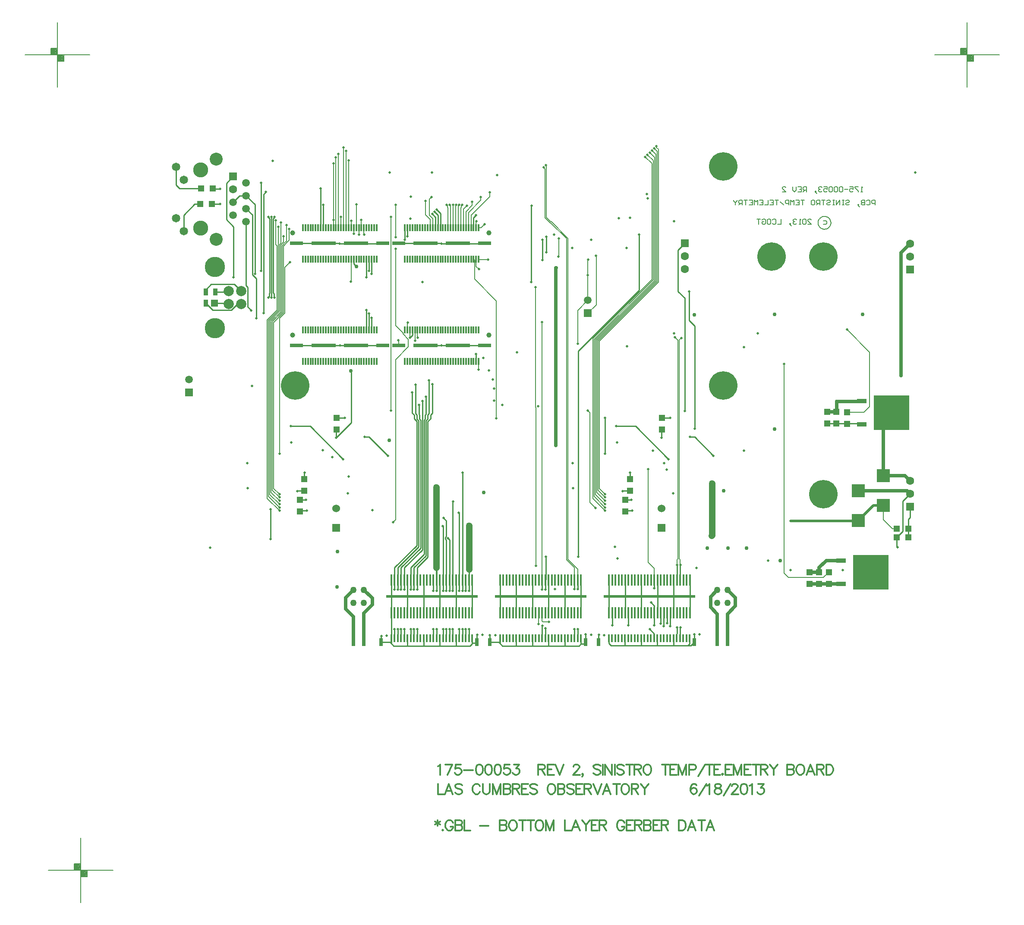
<source format=gbl>
%FSLAX23Y23*%
%MOIN*%
G70*
G01*
G75*
G04 Layer_Physical_Order=6*
G04 Layer_Color=16711680*
%ADD10R,0.031X0.060*%
%ADD11R,0.014X0.060*%
%ADD12R,0.030X0.100*%
%ADD13R,0.045X0.017*%
%ADD14R,0.050X0.050*%
%ADD15R,0.050X0.050*%
%ADD16R,0.036X0.036*%
%ADD17O,0.098X0.028*%
%ADD18R,0.065X0.012*%
%ADD19R,0.135X0.070*%
%ADD20R,0.070X0.135*%
%ADD21R,0.037X0.035*%
%ADD22R,0.037X0.035*%
%ADD23R,0.100X0.100*%
%ADD24R,0.048X0.078*%
%ADD25R,0.078X0.048*%
%ADD26C,0.010*%
%ADD27C,0.025*%
%ADD28C,0.008*%
%ADD29C,0.005*%
%ADD30C,0.006*%
%ADD31C,0.020*%
%ADD32C,0.050*%
%ADD33C,0.012*%
%ADD34C,0.012*%
%ADD35C,0.012*%
%ADD36C,0.220*%
%ADD37C,0.020*%
%ADD38C,0.063*%
%ADD39R,0.063X0.063*%
%ADD40C,0.050*%
%ADD41C,0.039*%
%ADD42R,0.060X0.060*%
%ADD43C,0.060*%
%ADD44R,0.059X0.059*%
%ADD45C,0.059*%
%ADD46C,0.079*%
%ADD47C,0.157*%
%ADD48C,0.059*%
%ADD49R,0.059X0.059*%
%ADD50C,0.116*%
%ADD51C,0.065*%
%ADD52C,0.100*%
%ADD53C,0.030*%
%ADD54C,0.040*%
%ADD55C,0.206*%
%ADD56C,0.079*%
G04:AMPARAMS|DCode=57|XSize=85mil|YSize=85mil|CornerRadius=0mil|HoleSize=0mil|Usage=FLASHONLY|Rotation=0.000|XOffset=0mil|YOffset=0mil|HoleType=Round|Shape=Relief|Width=10mil|Gap=10mil|Entries=4|*
%AMTHD57*
7,0,0,0.085,0.065,0.010,45*
%
%ADD57THD57*%
%ADD58C,0.080*%
G04:AMPARAMS|DCode=59|XSize=90mil|YSize=90mil|CornerRadius=0mil|HoleSize=0mil|Usage=FLASHONLY|Rotation=0.000|XOffset=0mil|YOffset=0mil|HoleType=Round|Shape=Relief|Width=10mil|Gap=10mil|Entries=4|*
%AMTHD59*
7,0,0,0.090,0.070,0.010,45*
%
%ADD59THD59*%
%ADD60C,0.070*%
G04:AMPARAMS|DCode=61|XSize=95.433mil|YSize=95.433mil|CornerRadius=0mil|HoleSize=0mil|Usage=FLASHONLY|Rotation=0.000|XOffset=0mil|YOffset=0mil|HoleType=Round|Shape=Relief|Width=10mil|Gap=10mil|Entries=4|*
%AMTHD61*
7,0,0,0.095,0.075,0.010,45*
%
%ADD61THD61*%
%ADD62C,0.075*%
%ADD63C,0.076*%
%ADD64C,0.131*%
%ADD65C,0.075*%
%ADD66C,0.168*%
%ADD67C,0.080*%
%ADD68C,0.103*%
G04:AMPARAMS|DCode=69|XSize=70mil|YSize=70mil|CornerRadius=0mil|HoleSize=0mil|Usage=FLASHONLY|Rotation=0.000|XOffset=0mil|YOffset=0mil|HoleType=Round|Shape=Relief|Width=10mil|Gap=10mil|Entries=4|*
%AMTHD69*
7,0,0,0.070,0.050,0.010,45*
%
%ADD69THD69*%
%ADD70C,0.055*%
G04:AMPARAMS|DCode=71|XSize=75mil|YSize=75mil|CornerRadius=0mil|HoleSize=0mil|Usage=FLASHONLY|Rotation=0.000|XOffset=0mil|YOffset=0mil|HoleType=Round|Shape=Relief|Width=10mil|Gap=10mil|Entries=4|*
%AMTHD71*
7,0,0,0.075,0.055,0.010,45*
%
%ADD71THD71*%
%ADD72C,0.068*%
G04:AMPARAMS|DCode=73|XSize=96.221mil|YSize=96.221mil|CornerRadius=0mil|HoleSize=0mil|Usage=FLASHONLY|Rotation=0.000|XOffset=0mil|YOffset=0mil|HoleType=Round|Shape=Relief|Width=10mil|Gap=10mil|Entries=4|*
%AMTHD73*
7,0,0,0.096,0.076,0.010,45*
%
%ADD73THD73*%
G04:AMPARAMS|DCode=74|XSize=150.551mil|YSize=150.551mil|CornerRadius=0mil|HoleSize=0mil|Usage=FLASHONLY|Rotation=0.000|XOffset=0mil|YOffset=0mil|HoleType=Round|Shape=Relief|Width=10mil|Gap=10mil|Entries=4|*
%AMTHD74*
7,0,0,0.151,0.131,0.010,45*
%
%ADD74THD74*%
G04:AMPARAMS|DCode=75|XSize=100mil|YSize=100mil|CornerRadius=0mil|HoleSize=0mil|Usage=FLASHONLY|Rotation=0.000|XOffset=0mil|YOffset=0mil|HoleType=Round|Shape=Relief|Width=10mil|Gap=10mil|Entries=4|*
%AMTHD75*
7,0,0,0.100,0.080,0.010,45*
%
%ADD75THD75*%
G04:AMPARAMS|DCode=76|XSize=123mil|YSize=123mil|CornerRadius=0mil|HoleSize=0mil|Usage=FLASHONLY|Rotation=0.000|XOffset=0mil|YOffset=0mil|HoleType=Round|Shape=Relief|Width=10mil|Gap=10mil|Entries=4|*
%AMTHD76*
7,0,0,0.123,0.103,0.010,45*
%
%ADD76THD76*%
%ADD77R,0.272X0.268*%
%ADD78R,0.075X0.037*%
%ADD79R,0.100X0.100*%
%ADD80R,0.016X0.085*%
%ADD81R,0.709X0.020*%
%ADD82R,0.053X0.053*%
%ADD83R,0.035X0.053*%
%ADD84R,0.012X0.057*%
%ADD85R,0.185X0.025*%
%ADD86R,0.100X0.025*%
D10*
X56070Y33653D02*
D03*
X56810D02*
D03*
X55970D02*
D03*
X55230D02*
D03*
X55130D02*
D03*
X54390D02*
D03*
D11*
X54493Y33680D02*
D03*
X54518D02*
D03*
X54543D02*
D03*
X54568D02*
D03*
X54593D02*
D03*
X54618D02*
D03*
X54643D02*
D03*
X54668D02*
D03*
X54693D02*
D03*
X54718D02*
D03*
X54743D02*
D03*
X54768D02*
D03*
X54793D02*
D03*
X54818D02*
D03*
X54843D02*
D03*
X54868D02*
D03*
X54893D02*
D03*
X54918D02*
D03*
X54943D02*
D03*
X54968D02*
D03*
X54993D02*
D03*
X55018D02*
D03*
X55043D02*
D03*
X55068D02*
D03*
X55308D02*
D03*
X55333D02*
D03*
X55358D02*
D03*
X55383D02*
D03*
X55408D02*
D03*
X55433D02*
D03*
X55458D02*
D03*
X55483D02*
D03*
X55508D02*
D03*
X55533D02*
D03*
X55558D02*
D03*
X55583D02*
D03*
X55608D02*
D03*
X55633D02*
D03*
X55658D02*
D03*
X55683D02*
D03*
X55708D02*
D03*
X55733D02*
D03*
X55758D02*
D03*
X55783D02*
D03*
X55808D02*
D03*
X55833D02*
D03*
X55858D02*
D03*
X55883D02*
D03*
X55908D02*
D03*
X55933D02*
D03*
X56148Y33681D02*
D03*
X56173D02*
D03*
X56198D02*
D03*
X56223D02*
D03*
X56248D02*
D03*
X56273D02*
D03*
X56298D02*
D03*
X56323D02*
D03*
X56348D02*
D03*
X56373D02*
D03*
X56398D02*
D03*
X56423D02*
D03*
X56448D02*
D03*
X56473D02*
D03*
X56498D02*
D03*
X56523D02*
D03*
X56548D02*
D03*
X56573D02*
D03*
X56598D02*
D03*
X56623D02*
D03*
X56648D02*
D03*
X56673D02*
D03*
X56698D02*
D03*
X56723D02*
D03*
X56748D02*
D03*
X56773D02*
D03*
X54468Y33680D02*
D03*
X55093D02*
D03*
D12*
X54176Y33671D02*
D03*
X54255D02*
D03*
X56986Y33671D02*
D03*
X57065D02*
D03*
D14*
X58373Y34527D02*
D03*
X58463D02*
D03*
Y34462D02*
D03*
X58373D02*
D03*
X52998Y37157D02*
D03*
X53088D02*
D03*
X52992Y37038D02*
D03*
X53082D02*
D03*
D15*
X57698Y34102D02*
D03*
Y34192D02*
D03*
X57773Y34102D02*
D03*
Y34192D02*
D03*
X57848Y34193D02*
D03*
Y34103D02*
D03*
X57988Y35429D02*
D03*
Y35339D02*
D03*
X57836Y35340D02*
D03*
Y35430D02*
D03*
X57904Y35340D02*
D03*
Y35430D02*
D03*
X53797Y34912D02*
D03*
Y34822D02*
D03*
X56311Y34912D02*
D03*
Y34822D02*
D03*
X53763Y34752D02*
D03*
Y34662D02*
D03*
X56277Y34752D02*
D03*
Y34662D02*
D03*
X54045Y35294D02*
D03*
Y35384D02*
D03*
X56559Y35294D02*
D03*
Y35384D02*
D03*
D26*
X58373Y34392D02*
Y34462D01*
Y34392D02*
X58380Y34385D01*
X56769Y36138D02*
Y36362D01*
Y36138D02*
X56812Y36095D01*
Y35302D02*
Y36095D01*
X58418Y34741D02*
X58475Y34798D01*
X58418Y34507D02*
Y34741D01*
X58373Y34462D02*
X58418Y34507D01*
X58463Y34527D02*
Y34602D01*
Y34462D02*
Y34527D01*
X58475Y34614D02*
Y34698D01*
X58463Y34602D02*
X58475Y34614D01*
X57904Y35340D02*
X58098D01*
X57836D02*
X57904D01*
X58098D02*
X58101Y35336D01*
X54178Y36574D02*
Y36612D01*
Y36574D02*
X54198Y36555D01*
X54157Y35749D02*
X54159Y35747D01*
Y35349D02*
Y35747D01*
X54042Y35233D02*
X54159Y35349D01*
X54611Y36005D02*
X54631Y36025D01*
Y36065D01*
X56355Y35321D02*
X56610Y35066D01*
X56498Y34132D02*
X56499Y34133D01*
X56498Y34067D02*
Y34132D01*
X56465Y33750D02*
X56498Y33716D01*
Y33681D02*
Y33716D01*
X56549Y33796D02*
Y33878D01*
X56498Y33877D02*
X56499Y33878D01*
X56498Y33780D02*
Y33877D01*
X55103Y36855D02*
Y36931D01*
X55123Y36950D01*
X55550Y37023D02*
X55551Y37024D01*
X55550Y36436D02*
Y37023D01*
X54760Y35418D02*
Y35675D01*
X54786Y35423D02*
Y35644D01*
X54630Y35423D02*
Y35580D01*
X54734Y35413D02*
Y35547D01*
X54708Y34366D02*
Y35515D01*
X54682Y35413D02*
Y35485D01*
X54493Y34056D02*
Y34133D01*
X54518Y34056D02*
Y34133D01*
X54543Y34056D02*
Y34133D01*
X54568Y34056D02*
Y34133D01*
X54618Y34055D02*
Y34133D01*
X54643Y34055D02*
Y34133D01*
X54668Y34056D02*
Y34133D01*
X54771Y35408D02*
X54786Y35423D01*
X54750Y35408D02*
X54760Y35418D01*
X54729Y35408D02*
X54734Y35413D01*
X54630Y35423D02*
X54645Y35408D01*
X54656Y35418D02*
Y35643D01*
Y35418D02*
X54666Y35408D01*
X54682Y35413D02*
X54687Y35408D01*
X54771Y35379D02*
Y35408D01*
X54750Y35358D02*
X54771Y35379D01*
X54736Y35363D02*
X54750Y35377D01*
Y35408D01*
X54722Y34330D02*
Y35369D01*
X54729Y35376D02*
Y35408D01*
X54722Y35369D02*
X54729Y35376D01*
X54645Y35379D02*
Y35408D01*
Y35379D02*
X54666Y35358D01*
Y35377D02*
X54680Y35363D01*
X54666Y35377D02*
Y35408D01*
X54694Y34377D02*
Y35369D01*
X54687Y35376D02*
Y35408D01*
Y35376D02*
X54694Y35369D01*
X54680Y34388D02*
Y35363D01*
X55123Y35877D02*
X55123Y35876D01*
Y35822D02*
Y35876D01*
X56598Y33877D02*
X56599Y33878D01*
X56598Y33798D02*
Y33877D01*
X56623Y33877D02*
X56624Y33878D01*
X56623Y33775D02*
Y33877D01*
X56474Y33958D02*
X56499Y33933D01*
Y33878D02*
Y33933D01*
X56573Y33877D02*
X56574Y33878D01*
X56573Y33775D02*
Y33877D01*
X55908Y33680D02*
Y33753D01*
X54468Y33878D02*
Y34133D01*
X54468Y33877D02*
X54468Y33878D01*
X54468Y33680D02*
Y33877D01*
X56699Y34250D02*
X56701Y34249D01*
X56697Y34252D02*
X56699Y34250D01*
X56676Y34184D02*
Y34247D01*
X56683Y36681D02*
X56736Y36734D01*
X56683Y36361D02*
Y36681D01*
Y36361D02*
X56734Y36310D01*
Y35438D02*
Y36310D01*
X58471Y36528D02*
X58475Y36532D01*
X54793Y33680D02*
Y33749D01*
X54791Y33751D02*
X54793Y33749D01*
X54792Y34048D02*
X54793Y34049D01*
Y34133D01*
X55043Y34047D02*
X55043Y34047D01*
Y34133D01*
X55043Y33751D02*
X55043Y33751D01*
X55043Y33680D02*
Y33751D01*
X54493Y34055D02*
Y34056D01*
X54518Y34055D02*
Y34056D01*
X54543Y34055D02*
Y34056D01*
X54568Y34055D02*
Y34056D01*
X54668Y34055D02*
Y34056D01*
X54666Y34399D02*
Y35358D01*
X54736Y34319D02*
Y35363D01*
X54750Y34308D02*
Y35358D01*
X54493Y34227D02*
X54666Y34399D01*
X54518Y34227D02*
X54680Y34388D01*
X54543Y34227D02*
X54694Y34377D01*
X54568Y34227D02*
X54708Y34366D01*
X54618Y34227D02*
X54722Y34330D01*
X54643Y34227D02*
X54736Y34319D01*
X54668Y34227D02*
X54750Y34308D01*
X54668Y34133D02*
Y34227D01*
X54643Y34133D02*
Y34227D01*
X54618Y34133D02*
Y34227D01*
X54493Y34133D02*
Y34227D01*
X54518Y34133D02*
Y34227D01*
X54543Y34133D02*
Y34227D01*
X54568Y34133D02*
Y34227D01*
X54493Y34057D02*
X54493Y34056D01*
X54518Y34057D02*
X54518Y34056D01*
X54543Y34057D02*
X54543Y34056D01*
X54568Y34057D02*
X54568Y34056D01*
X54618Y34056D02*
X54618Y34055D01*
X54618Y34056D02*
Y34057D01*
X54643Y34056D02*
X54643Y34055D01*
X54643Y34056D02*
Y34057D01*
X54668D02*
X54668Y34056D01*
X54668Y33680D02*
Y33753D01*
X54643Y33680D02*
Y33753D01*
X54618Y33680D02*
Y33753D01*
X54493Y33680D02*
Y33753D01*
X54518Y33680D02*
Y33753D01*
X54543Y33680D02*
Y33753D01*
X54568Y33680D02*
Y33753D01*
X53257Y36417D02*
X53310Y36364D01*
X53077Y36417D02*
X53257D01*
X53035Y36374D02*
X53077Y36417D01*
X53035Y36358D02*
Y36374D01*
X53102Y36271D02*
X53206D01*
X53212Y36265D01*
X52833Y37157D02*
X52998D01*
X52804Y37185D02*
X52833Y37157D01*
X52804Y37185D02*
Y37325D01*
X52950Y37038D02*
X52992D01*
X52864Y36952D02*
X52950Y37038D01*
X52864Y36827D02*
Y36952D01*
X53942Y36855D02*
Y37033D01*
X53943Y37034D01*
X53083Y37037D02*
X53146D01*
X53082Y37038D02*
X53083Y37037D01*
X53922Y36855D02*
Y37157D01*
X53921Y37159D02*
X53922Y37157D01*
X53090Y37155D02*
X53144D01*
X53088Y37157D02*
X53090Y37155D01*
X54316Y36498D02*
Y36612D01*
X54316Y36498D02*
X54316Y36498D01*
X53414Y36498D02*
Y37035D01*
X53347Y37101D02*
X53414Y37035D01*
X53297Y37101D02*
X53347D01*
X53247Y37051D02*
X53297Y37101D01*
X54296Y36522D02*
Y36612D01*
Y36522D02*
X54297Y36522D01*
X53463Y36521D02*
Y37202D01*
X53462Y37203D02*
X53463Y37202D01*
X54277Y36471D02*
Y36612D01*
X54276Y36471D02*
X54277Y36471D01*
X53250Y36472D02*
Y36863D01*
X53194Y36919D02*
X53250Y36863D01*
X53194Y36919D02*
Y37198D01*
X53247Y37251D01*
X54316Y36065D02*
Y36155D01*
X54315Y36157D02*
X54316Y36155D01*
X53425Y36156D02*
Y36460D01*
X53395Y36490D02*
X53425Y36460D01*
X53395Y36490D02*
Y36954D01*
X53347Y37001D02*
X53395Y36954D01*
X54296Y36066D02*
X54296Y36065D01*
X54296Y36066D02*
Y36193D01*
X53481Y36195D02*
X53482Y36196D01*
Y37113D01*
X53500Y37131D01*
X54277Y36065D02*
Y36218D01*
X54276Y36219D02*
X54277Y36218D01*
X53358Y36244D02*
X53387Y36216D01*
X53358Y36244D02*
Y36395D01*
X53347Y36407D02*
X53358Y36395D01*
X53347Y36407D02*
Y36901D01*
X54068Y36734D02*
X54069Y36733D01*
X53737Y36734D02*
X53945D01*
X54068D01*
X54069Y36733D02*
X54401D01*
X54853Y36734D02*
X54854Y36733D01*
X55189D02*
X55190Y36734D01*
X54525D02*
X54732D01*
X54853D01*
X54854Y36733D02*
X55189D01*
X54732Y35944D02*
X54856D01*
X54982D01*
X55190D01*
X54071D02*
X54073Y35945D01*
X54401D02*
X54402Y35944D01*
X53737D02*
X53945D01*
X54071D01*
X54073Y35945D02*
X54401D01*
X54828Y36855D02*
Y36951D01*
X54808Y36855D02*
Y36936D01*
X54784Y36961D02*
X54808Y36936D01*
X54801Y36977D02*
X54828Y36951D01*
X54848Y36855D02*
Y36965D01*
X54818Y36994D02*
X54848Y36965D01*
X53529Y36351D02*
Y36924D01*
X53519Y36934D02*
Y36937D01*
Y36934D02*
X53529Y36924D01*
X53557Y36351D02*
Y36924D01*
X53567Y36934D02*
Y36937D01*
X53557Y36924D02*
X53567Y36934D01*
X53543Y36316D02*
Y36937D01*
X53519Y36316D02*
X53524Y36321D01*
Y36346D02*
X53529Y36351D01*
X53524Y36321D02*
Y36346D01*
X53562Y36321D02*
X53567Y36316D01*
X53557Y36351D02*
X53562Y36346D01*
Y36321D02*
Y36346D01*
X53280Y36265D02*
X53310D01*
X53232Y36217D02*
X53280Y36265D01*
X53090Y36217D02*
X53232D01*
X53036Y36271D02*
X53090Y36217D01*
X53035Y36271D02*
X53036D01*
X56148Y33641D02*
Y33681D01*
Y33641D02*
X56166Y33624D01*
X56758D02*
X56773Y33639D01*
Y33681D01*
X56648Y33625D02*
Y33681D01*
X56523Y33625D02*
Y33681D01*
X56398Y33625D02*
Y33681D01*
X56273Y33625D02*
Y33681D01*
X55433Y33624D02*
Y33680D01*
X55558Y33624D02*
Y33680D01*
X55683Y33624D02*
Y33680D01*
X55808Y33624D02*
Y33680D01*
X55326Y33622D02*
X55918D01*
X55933Y33638D02*
Y33680D01*
X55918Y33622D02*
X55933Y33638D01*
X55308Y33640D02*
X55326Y33622D01*
X55308Y33640D02*
Y33680D01*
X54593Y33624D02*
Y33680D01*
X54718Y33624D02*
Y33680D01*
X54843Y33624D02*
Y33680D01*
X55077Y33622D02*
X55093Y33638D01*
X54468Y33640D02*
X54486Y33622D01*
X54468Y33640D02*
Y33680D01*
X56758Y33624D02*
X56781D01*
X56810Y33653D01*
Y33710D01*
X56810Y33711D02*
X56810Y33710D01*
X56070Y33653D02*
Y33706D01*
X56071Y33707D01*
X55970Y33653D02*
Y33710D01*
X55970Y33710D02*
X55970Y33710D01*
X55933Y33638D02*
X55955D01*
X55970Y33653D01*
X55296D02*
X55308Y33640D01*
X55230Y33653D02*
X55296D01*
X55230D02*
Y33703D01*
X55230Y33704D02*
X55230Y33703D01*
X55130Y33653D02*
Y33707D01*
X55131Y33708D01*
X55093Y33645D02*
X55122D01*
X55130Y33653D01*
X55093Y33645D02*
Y33680D01*
X54455Y33653D02*
X54468Y33640D01*
X54390Y33653D02*
X54455D01*
X54390D02*
Y33696D01*
X54392Y33698D01*
X54176Y34055D02*
X54176D01*
X56774Y33878D02*
Y34133D01*
X56649Y33878D02*
Y34133D01*
X56524Y33878D02*
Y34133D01*
X56399Y33878D02*
Y34133D01*
X56274Y33878D02*
Y34133D01*
X56149Y33878D02*
Y34133D01*
X55933Y33878D02*
Y34133D01*
X55808Y33878D02*
Y34133D01*
X55683Y33878D02*
Y34133D01*
X55558Y33878D02*
Y34133D01*
X55433Y33878D02*
Y34133D01*
X55308Y33878D02*
Y34133D01*
X54843Y33878D02*
Y34133D01*
X54718Y33878D02*
Y34133D01*
X54593Y33878D02*
Y34133D01*
X56698Y33681D02*
Y33716D01*
X56700Y33718D01*
X56673Y33681D02*
Y33716D01*
X56675Y33718D01*
Y33753D01*
X56700Y33718D02*
Y33764D01*
X56701Y33765D01*
X56675Y33753D02*
X56676Y33754D01*
Y33765D01*
X56674Y34181D02*
X56676Y34184D01*
X56674Y34133D02*
Y34181D01*
X56699Y34247D02*
X56701Y34249D01*
X56699Y34133D02*
Y34247D01*
X56174Y33780D02*
Y33878D01*
X56299Y33780D02*
Y33878D01*
X55883Y33680D02*
Y33753D01*
X55908Y34062D02*
Y34085D01*
X55908Y34085D01*
Y34133D01*
X55883Y34062D02*
X55883Y34062D01*
Y34133D01*
X55633Y33680D02*
Y33777D01*
X55658Y33680D02*
Y33759D01*
X55633Y34057D02*
X55633Y34057D01*
Y34133D01*
X55658Y34057D02*
Y34085D01*
X55658Y34085D01*
Y34133D01*
X54968Y33624D02*
Y33680D01*
X55093Y33878D02*
Y34133D01*
X54968Y33878D02*
Y34133D01*
X54918Y33680D02*
Y33752D01*
X54893Y33680D02*
Y33752D01*
X54868Y33680D02*
Y33752D01*
X54818Y33680D02*
Y33752D01*
X54943Y33680D02*
Y33752D01*
X54993Y33680D02*
Y33752D01*
X55018Y33680D02*
Y33752D01*
X55068Y33680D02*
Y33752D01*
X54918Y34047D02*
X54918Y34047D01*
Y34133D01*
X54893Y34047D02*
X54893Y34047D01*
Y34133D01*
X54868Y34047D02*
X54868Y34047D01*
Y34133D01*
X54818Y34047D02*
X54818Y34047D01*
Y34133D01*
X54943Y34047D02*
Y34082D01*
X54943Y34082D01*
Y34133D01*
X54993Y34047D02*
Y34082D01*
X54993Y34082D01*
Y34133D01*
X55018Y34047D02*
Y34082D01*
X55018Y34082D01*
Y34133D01*
X55068Y34047D02*
Y34082D01*
X55068Y34082D01*
Y34133D01*
X56166Y33624D02*
X56758D01*
X53744Y34822D02*
X53797D01*
X53741Y34819D02*
X53744Y34822D01*
X53769Y34667D02*
X53816D01*
X53763Y34662D02*
X53769Y34667D01*
X53763Y34752D02*
X53808D01*
X53809Y34753D01*
X53797Y34912D02*
Y34958D01*
X53799Y34960D01*
X54042Y35233D02*
Y35291D01*
X54045Y35294D01*
Y35384D02*
X54108D01*
X54109Y35385D01*
X53841Y35321D02*
X54096Y35066D01*
X53693Y35321D02*
X53841D01*
X54297Y35237D02*
X54441Y35093D01*
X54262Y35237D02*
X54297D01*
X56311Y34912D02*
Y34958D01*
X56313Y34960D01*
X56255Y34819D02*
X56258Y34822D01*
X56311D01*
X56277Y34752D02*
X56322D01*
X56323Y34753D01*
X56277Y34662D02*
X56283Y34667D01*
X56330D01*
X56556Y35233D02*
Y35291D01*
X56559Y35294D01*
Y35384D02*
X56622D01*
X56623Y35385D01*
X56776Y35237D02*
X56811D01*
X56955Y35093D01*
X56207Y35321D02*
X56355D01*
X56119Y35109D02*
Y35386D01*
X56120Y35387D01*
X54592Y36788D02*
Y36855D01*
X55666Y36664D02*
Y36785D01*
X54572Y36762D02*
Y36855D01*
X54571Y36762D02*
X54572Y36762D01*
X55636Y36605D02*
Y36762D01*
X55068Y34133D02*
Y34216D01*
X56381Y36371D02*
Y36801D01*
X55913Y35903D02*
X56381Y36371D01*
X55913Y34311D02*
Y35903D01*
X55661Y34135D02*
Y34311D01*
X55658Y34133D02*
X55661Y34135D01*
X54943Y34133D02*
Y34737D01*
X54945Y34739D01*
X54918Y34133D02*
Y34442D01*
X54906Y34455D02*
X54918Y34442D01*
X53535Y34449D02*
Y34677D01*
X53536Y34678D01*
X54871Y34611D02*
X54893Y34588D01*
Y34133D02*
Y34440D01*
X54887Y34447D02*
X54893Y34440D01*
X54887Y34447D02*
Y34462D01*
X54893Y34469D01*
Y34588D01*
X54868Y34133D02*
Y34544D01*
X54866Y34547D02*
X54868Y34544D01*
X55018Y34133D02*
Y34960D01*
X54993Y34133D02*
Y34647D01*
X54990Y34651D02*
X54993Y34647D01*
X53109Y36358D02*
X53206D01*
X53212Y36364D01*
X55042Y33622D02*
X55043Y33623D01*
X55042Y33622D02*
X55077D01*
X54792D02*
X54793Y33623D01*
X54486Y33622D02*
X54792D01*
X55042D01*
D27*
X58404Y35710D02*
Y36661D01*
X57699Y34102D02*
X57941D01*
X57698Y34102D02*
X57699Y34102D01*
X57828Y34282D02*
X57858D01*
X57773Y34227D02*
X57828Y34282D01*
X57773Y34192D02*
Y34227D01*
X57698Y34192D02*
X57773D01*
X57941Y34282D02*
X57941Y34282D01*
X57858Y34282D02*
X57941D01*
X58077Y34821D02*
X58452D01*
X58475Y34798D01*
X58436Y34937D02*
X58475Y34898D01*
X58268Y34937D02*
X58436D01*
X58268Y35362D02*
X58331Y35426D01*
X58268Y34937D02*
Y35362D01*
X58097Y35512D02*
X58101Y35516D01*
X57908Y35512D02*
X58097D01*
X57836Y35430D02*
X57904D01*
X57908Y35434D01*
Y35512D01*
X55739Y36544D02*
X55741Y36546D01*
X55739Y35170D02*
Y36544D01*
X58404Y36661D02*
X58475Y36732D01*
X57065Y33671D02*
Y33868D01*
X57127Y33930D01*
Y33994D01*
X57066Y34055D02*
X57127Y33994D01*
X56934Y34003D02*
X56986Y34055D01*
X56934Y33921D02*
Y34003D01*
Y33921D02*
X56986Y33868D01*
Y33671D02*
Y33868D01*
X54255Y33671D02*
Y33874D01*
X54321Y33940D01*
Y33990D01*
X54256Y34055D02*
X54321Y33990D01*
X54176Y33671D02*
Y33848D01*
X54117Y33908D02*
X54176Y33848D01*
X54117Y33908D02*
Y33996D01*
X54176Y34055D01*
D28*
X57502Y35802D02*
X57503Y35803D01*
X57502Y34184D02*
Y35802D01*
Y34184D02*
X57534Y34152D01*
X57807D01*
X57848Y34193D01*
X58268Y34597D02*
Y34707D01*
Y34597D02*
X58338Y34527D01*
X58373D01*
X57988Y36067D02*
X58163Y35892D01*
Y35472D02*
Y35892D01*
X58120Y35429D02*
X58163Y35472D01*
X57988Y35429D02*
X58120D01*
X55633Y33815D02*
Y33878D01*
Y33815D02*
X55640Y33809D01*
X55687D01*
X55582Y36395D02*
X55583Y36394D01*
Y35467D02*
Y36394D01*
Y35467D02*
X55584Y35466D01*
Y34240D02*
Y35466D01*
X55607Y33876D02*
X55608Y33878D01*
X55607Y33793D02*
Y33876D01*
X54157Y36437D02*
X54159Y36438D01*
Y36612D01*
X56453Y34267D02*
Y34989D01*
Y34267D02*
X56499Y34221D01*
Y34133D02*
Y34221D01*
X54769Y36855D02*
Y36918D01*
X54733Y36954D02*
X54769Y36918D01*
X54733Y36954D02*
Y37062D01*
X54788Y36855D02*
Y36924D01*
X54763Y36950D02*
X54788Y36924D01*
X54763Y36950D02*
Y37075D01*
X54778Y37090D01*
X55142Y35821D02*
X55143Y35822D01*
X55142Y35757D02*
Y35821D01*
X54651Y35981D02*
Y36065D01*
X55762Y36635D02*
Y36771D01*
X55760Y36633D02*
X55762Y36635D01*
X55146Y36609D02*
X55216D01*
X55143Y36612D02*
X55146Y36609D01*
X58664Y38190D02*
X59164D01*
X58914Y37940D02*
Y38440D01*
X58964Y38140D02*
Y38190D01*
X58914Y38140D02*
X58964D01*
X58864Y38190D02*
Y38240D01*
X58914D01*
X58869Y38195D02*
X58909D01*
X58869D02*
Y38235D01*
X58909D01*
Y38195D02*
Y38235D01*
X58874Y38200D02*
X58904D01*
X58874D02*
Y38230D01*
X58904D01*
Y38205D02*
Y38230D01*
X58879Y38205D02*
X58899D01*
X58879D02*
Y38225D01*
X58899D01*
Y38210D02*
Y38225D01*
X58884Y38210D02*
X58894D01*
X58884D02*
Y38220D01*
X58894D01*
Y38210D02*
Y38220D01*
X58884Y38215D02*
X58894D01*
X58919Y38145D02*
X58959D01*
X58919D02*
Y38185D01*
X58959D01*
Y38145D02*
Y38185D01*
X58924Y38150D02*
X58954D01*
X58924D02*
Y38180D01*
X58954D01*
Y38155D02*
Y38180D01*
X58929Y38155D02*
X58949D01*
X58929D02*
Y38175D01*
X58949D01*
Y38160D02*
Y38175D01*
X58934Y38160D02*
X58944D01*
X58934D02*
Y38170D01*
X58944D01*
Y38160D02*
Y38170D01*
X58934Y38165D02*
X58944D01*
X51638Y38190D02*
X52138D01*
X51888Y37940D02*
Y38440D01*
X51938Y38140D02*
Y38190D01*
X51888Y38140D02*
X51938D01*
X51838Y38190D02*
Y38240D01*
X51888D01*
X51843Y38195D02*
X51883D01*
X51843D02*
Y38235D01*
X51883D01*
Y38195D02*
Y38235D01*
X51848Y38200D02*
X51878D01*
X51848D02*
Y38230D01*
X51878D01*
Y38205D02*
Y38230D01*
X51853Y38205D02*
X51873D01*
X51853D02*
Y38225D01*
X51873D01*
Y38210D02*
Y38225D01*
X51858Y38210D02*
X51868D01*
X51858D02*
Y38220D01*
X51868D01*
Y38210D02*
Y38220D01*
X51858Y38215D02*
X51868D01*
X51893Y38145D02*
X51933D01*
X51893D02*
Y38185D01*
X51933D01*
Y38145D02*
Y38185D01*
X51898Y38150D02*
X51928D01*
X51898D02*
Y38180D01*
X51928D01*
Y38155D02*
Y38180D01*
X51903Y38155D02*
X51923D01*
X51903D02*
Y38175D01*
X51923D01*
Y38160D02*
Y38175D01*
X51908Y38160D02*
X51918D01*
X51908D02*
Y38170D01*
X51918D01*
Y38160D02*
Y38170D01*
X51908Y38165D02*
X51918D01*
X51819Y31889D02*
X52319D01*
X52069Y31639D02*
Y32139D01*
X52119Y31839D02*
Y31889D01*
X52069Y31839D02*
X52119D01*
X52019Y31889D02*
Y31939D01*
X52069D01*
X52024Y31894D02*
X52064D01*
X52024D02*
Y31934D01*
X52064D01*
Y31894D02*
Y31934D01*
X52029Y31899D02*
X52059D01*
X52029D02*
Y31929D01*
X52059D01*
Y31904D02*
Y31929D01*
X52034Y31904D02*
X52054D01*
X52034D02*
Y31924D01*
X52054D01*
Y31909D02*
Y31924D01*
X52039Y31909D02*
X52049D01*
X52039D02*
Y31919D01*
X52049D01*
Y31909D02*
Y31919D01*
X52039Y31914D02*
X52049D01*
X52074Y31844D02*
X52114D01*
X52074D02*
Y31884D01*
X52114D01*
Y31844D02*
Y31884D01*
X52079Y31849D02*
X52109D01*
X52079D02*
Y31879D01*
X52109D01*
Y31854D02*
Y31879D01*
X52084Y31854D02*
X52104D01*
X52084D02*
Y31874D01*
X52104D01*
Y31859D02*
Y31874D01*
X52089Y31859D02*
X52099D01*
X52089D02*
Y31869D01*
X52099D01*
Y31859D02*
Y31869D01*
X52089Y31864D02*
X52099D01*
D29*
X57864Y36893D02*
X57863Y36902D01*
X57860Y36912D01*
X57855Y36921D01*
X57849Y36928D01*
X57841Y36934D01*
X57832Y36939D01*
X57822Y36941D01*
X57812Y36942D01*
X57802Y36940D01*
X57793Y36937D01*
X57784Y36932D01*
X57777Y36925D01*
X57771Y36917D01*
X57767Y36907D01*
X57765Y36898D01*
Y36888D01*
X57767Y36878D01*
X57771Y36869D01*
X57777Y36860D01*
X57784Y36853D01*
X57793Y36848D01*
X57802Y36845D01*
X57812Y36843D01*
X57822Y36844D01*
X57832Y36846D01*
X57841Y36851D01*
X57849Y36857D01*
X57855Y36864D01*
X57860Y36873D01*
X57863Y36883D01*
X57864Y36893D01*
X55228Y37095D02*
Y37127D01*
X55084Y36950D02*
X55228Y37095D01*
X55084Y36855D02*
Y36950D01*
X55158Y37067D02*
Y37090D01*
X55064Y36973D02*
X55158Y37067D01*
X55064Y36855D02*
Y36973D01*
X55093Y37027D02*
Y37055D01*
X55044Y36978D02*
X55093Y37027D01*
X55044Y36855D02*
Y36978D01*
X55025Y36997D02*
X55053Y37026D01*
X55025Y36855D02*
Y36997D01*
X54501Y35835D02*
X54600Y35934D01*
X54501Y34597D02*
Y35835D01*
X54481Y34577D02*
X54501Y34597D01*
X55883Y34133D02*
Y34227D01*
X55822Y34289D02*
X55883Y34227D01*
X55908Y34133D02*
Y34215D01*
X55831Y34292D02*
X55908Y34215D01*
X55822Y34289D02*
Y36770D01*
X55700Y36892D02*
X55822Y36770D01*
X55694Y36892D02*
X55700D01*
X55831Y34292D02*
Y36773D01*
X55704Y36901D02*
X55831Y36773D01*
X55698Y36901D02*
X55704D01*
X55665Y36934D02*
X55698Y36901D01*
X55656Y36930D02*
X55694Y36892D01*
X55656Y36930D02*
Y37309D01*
X55644Y37321D02*
X55656Y37309D01*
X55661Y37337D02*
X55665Y37333D01*
Y36934D02*
Y37333D01*
X55633Y34133D02*
Y36123D01*
X55633Y36124D02*
X55633Y36123D01*
X54592Y36117D02*
X54597Y36123D01*
X54592Y36065D02*
Y36117D01*
X54670Y36004D02*
Y36065D01*
Y36004D02*
X54671Y36004D01*
X54611Y36005D02*
Y36065D01*
Y36005D02*
X54613Y36004D01*
X55103Y36612D02*
X55111Y36605D01*
Y36458D02*
Y36605D01*
Y36458D02*
X55280Y36289D01*
Y35380D02*
Y36289D01*
X53605Y35386D02*
Y36154D01*
X53645Y36194D01*
Y36549D01*
X53684Y36589D01*
X55123Y36554D02*
X55144Y36534D01*
X55123Y36554D02*
Y36612D01*
X55143Y36855D02*
X55162D01*
X55188Y36882D01*
X55123Y36855D02*
Y36902D01*
X55125Y36904D01*
X56003Y34733D02*
X56047Y34689D01*
X56003Y34733D02*
Y35425D01*
X55986Y35442D02*
X56003Y35425D01*
X54464Y35443D02*
Y36938D01*
X54525Y35944D02*
Y35982D01*
X54523Y35984D02*
X54525Y35982D01*
X54600Y35934D02*
Y35993D01*
X54560Y36034D02*
X54600Y35993D01*
X54560Y36034D02*
Y36040D01*
X54503Y36097D02*
X54560Y36040D01*
X54503Y36097D02*
Y36691D01*
X54502Y36783D02*
Y37032D01*
X54501Y37033D02*
X54502Y37032D01*
D30*
X55009Y37012D02*
Y37024D01*
X55005Y37009D02*
X55009Y37012D01*
Y37024D02*
X55016Y37031D01*
X54985Y37024D02*
X54992Y37031D01*
X54966Y37028D02*
X54968Y37031D01*
X54903Y37012D02*
Y37024D01*
Y37012D02*
X54907Y37009D01*
X54896Y37031D02*
X54903Y37024D01*
X54920Y37031D02*
X54926Y37024D01*
Y36855D02*
Y37024D01*
X54944Y37031D02*
X54946Y37028D01*
Y36855D02*
Y37028D01*
X55005Y36855D02*
Y37009D01*
X54985Y36855D02*
Y37024D01*
X54966Y36855D02*
Y37028D01*
X54907Y36855D02*
Y37009D01*
X55986Y36487D02*
Y36604D01*
Y36294D02*
Y36487D01*
X56049Y36638D02*
X56051Y36635D01*
Y36259D02*
Y36635D01*
X55986Y36194D02*
X56051Y36259D01*
X55986Y36604D02*
X55989Y36608D01*
X56693Y35987D02*
X56708Y36003D01*
X55908Y36216D02*
X55986Y36294D01*
X55908Y35958D02*
Y36216D01*
X56659Y36008D02*
X56683Y35984D01*
Y34296D02*
Y35984D01*
X56699Y34247D02*
Y34250D01*
X56693Y34296D02*
Y35987D01*
Y34296D02*
X56699Y34290D01*
X56676D02*
X56683Y34296D01*
X56699Y34250D02*
Y34290D01*
X56676Y34249D02*
Y34290D01*
Y34247D02*
Y34249D01*
X53550Y34824D02*
X53604Y34770D01*
X53540Y34808D02*
X53604Y34744D01*
X53530Y34793D02*
X53604Y34719D01*
X53520Y34777D02*
X53604Y34693D01*
X53510Y34761D02*
X53604Y34667D01*
X53605Y35109D02*
Y35386D01*
X56074Y34839D02*
X56118Y34795D01*
X56064Y34824D02*
X56118Y34770D01*
X56054Y34808D02*
X56118Y34744D01*
X56044Y34793D02*
X56118Y34719D01*
X56034Y34777D02*
X56118Y34693D01*
X56024Y34761D02*
X56118Y34667D01*
X56024Y34761D02*
Y35997D01*
X53560Y34839D02*
X53604Y34795D01*
X53560Y34839D02*
Y36123D01*
X53550Y34824D02*
Y36127D01*
X53540Y34808D02*
Y36131D01*
X53530Y34793D02*
Y36135D01*
X53520Y34777D02*
Y36139D01*
X53510Y34761D02*
Y36143D01*
X53585Y36218D01*
X53520Y36139D02*
X53595Y36214D01*
X53530Y36135D02*
X53605Y36210D01*
X53540Y36131D02*
X53615Y36206D01*
X53550Y36127D02*
X53625Y36202D01*
X53560Y36123D02*
X53635Y36198D01*
X53585Y36218D02*
Y36716D01*
X53605Y36210D02*
Y36724D01*
X53615Y36734D01*
Y36206D02*
Y36720D01*
X53625Y36730D01*
Y36734D01*
X53637Y36746D01*
X53625Y36202D02*
Y36716D01*
X53635Y36726D01*
Y36730D01*
X53658Y36753D01*
X53635Y36198D02*
Y36711D01*
X53645Y36721D01*
Y36726D01*
X53678Y36759D01*
X53575Y36726D02*
X53585Y36716D01*
X53575Y36912D02*
X53576Y36913D01*
X54021Y36856D02*
Y36914D01*
X54021Y36855D02*
X54021Y36856D01*
X53575Y36726D02*
Y36912D01*
X54159Y36855D02*
Y36908D01*
X53615Y36734D02*
Y36895D01*
X54178Y36808D02*
Y36855D01*
Y36808D02*
X54179Y36808D01*
X53637Y36746D02*
Y36789D01*
X54218Y36802D02*
Y36855D01*
Y36802D02*
X54220Y36800D01*
X53678Y36759D02*
Y36846D01*
X54237Y36855D02*
Y36916D01*
X53658Y36753D02*
Y36876D01*
X54257Y36805D02*
Y36855D01*
Y36805D02*
X54259Y36803D01*
X53595Y36214D02*
Y36860D01*
X56074Y34839D02*
Y35977D01*
X56064Y34824D02*
Y35981D01*
X56054Y34808D02*
Y35985D01*
X56044Y34793D02*
Y35989D01*
X56034Y34777D02*
Y35993D01*
X56024Y35997D02*
X56481Y36454D01*
X56034Y35993D02*
X56491Y36450D01*
X56044Y35989D02*
X56501Y36446D01*
X56054Y35985D02*
X56511Y36442D01*
X56064Y35981D02*
X56521Y36438D01*
X56074Y35977D02*
X56531Y36434D01*
Y37460D01*
X56481Y36454D02*
Y37351D01*
X56430Y37402D02*
X56481Y37351D01*
X56447Y37418D02*
X56491Y37374D01*
X56498Y37469D02*
X56521Y37446D01*
X56515Y37476D02*
Y37486D01*
Y37476D02*
X56531Y37460D01*
X56481Y37452D02*
X56511Y37422D01*
X56501Y36446D02*
Y37398D01*
X56464Y37435D02*
X56501Y37398D01*
X53575Y36912D02*
Y36917D01*
X56491Y36450D02*
Y37374D01*
X56511Y36442D02*
Y37422D01*
X56521Y36438D02*
Y37446D01*
X54139Y36855D02*
Y37374D01*
X54119Y36855D02*
Y37448D01*
X54099Y36855D02*
Y37474D01*
X54100Y37475D01*
X54060Y36855D02*
Y37424D01*
X54040Y37399D02*
Y37407D01*
Y36855D02*
Y37399D01*
X54021Y36914D02*
Y37350D01*
X54022Y37351D01*
X54080Y36855D02*
Y36939D01*
X54198Y36855D02*
Y37034D01*
X58108Y37133D02*
X58095D01*
X58101D01*
Y37172D01*
X58108Y37166D01*
X58075Y37172D02*
X58048D01*
Y37166D01*
X58075Y37139D01*
Y37133D01*
X58008Y37172D02*
X58035D01*
Y37153D01*
X58021Y37159D01*
X58015D01*
X58008Y37153D01*
Y37139D01*
X58015Y37133D01*
X58028D01*
X58035Y37139D01*
X57995Y37153D02*
X57968D01*
X57955Y37166D02*
X57948Y37172D01*
X57935D01*
X57928Y37166D01*
Y37139D01*
X57935Y37133D01*
X57948D01*
X57955Y37139D01*
Y37166D01*
X57915D02*
X57908Y37172D01*
X57895D01*
X57888Y37166D01*
Y37139D01*
X57895Y37133D01*
X57908D01*
X57915Y37139D01*
Y37166D01*
X57875D02*
X57868Y37172D01*
X57855D01*
X57848Y37166D01*
Y37139D01*
X57855Y37133D01*
X57868D01*
X57875Y37139D01*
Y37166D01*
X57808Y37172D02*
X57835D01*
Y37153D01*
X57821Y37159D01*
X57815D01*
X57808Y37153D01*
Y37139D01*
X57815Y37133D01*
X57828D01*
X57835Y37139D01*
X57795Y37166D02*
X57788Y37172D01*
X57775D01*
X57768Y37166D01*
Y37159D01*
X57775Y37153D01*
X57781D01*
X57775D01*
X57768Y37146D01*
Y37139D01*
X57775Y37133D01*
X57788D01*
X57795Y37139D01*
X57748Y37126D02*
X57741Y37133D01*
Y37139D01*
X57748D01*
Y37133D01*
X57741D01*
X57748Y37126D01*
X57755Y37119D01*
X57675Y37133D02*
Y37172D01*
X57655D01*
X57648Y37166D01*
Y37153D01*
X57655Y37146D01*
X57675D01*
X57661D02*
X57648Y37133D01*
X57608Y37172D02*
X57635D01*
Y37133D01*
X57608D01*
X57635Y37153D02*
X57621D01*
X57595Y37172D02*
Y37146D01*
X57582Y37133D01*
X57568Y37146D01*
Y37172D01*
X57488Y37133D02*
X57515D01*
X57488Y37159D01*
Y37166D01*
X57495Y37172D01*
X57508D01*
X57515Y37166D01*
X58206Y37030D02*
Y37069D01*
X58186D01*
X58179Y37063D01*
Y37049D01*
X58186Y37043D01*
X58206D01*
X58139Y37063D02*
X58146Y37069D01*
X58159D01*
X58166Y37063D01*
Y37036D01*
X58159Y37030D01*
X58146D01*
X58139Y37036D01*
X58126Y37069D02*
Y37030D01*
X58106D01*
X58099Y37036D01*
Y37043D01*
X58106Y37049D01*
X58126D01*
X58106D01*
X58099Y37056D01*
Y37063D01*
X58106Y37069D01*
X58126D01*
X58079Y37023D02*
X58073Y37030D01*
Y37036D01*
X58079D01*
Y37030D01*
X58073D01*
X58079Y37023D01*
X58086Y37016D01*
X57979Y37063D02*
X57986Y37069D01*
X57999D01*
X58006Y37063D01*
Y37056D01*
X57999Y37049D01*
X57986D01*
X57979Y37043D01*
Y37036D01*
X57986Y37030D01*
X57999D01*
X58006Y37036D01*
X57966Y37069D02*
X57953D01*
X57959D01*
Y37030D01*
X57966D01*
X57953D01*
X57933D02*
Y37069D01*
X57906Y37030D01*
Y37069D01*
X57893D02*
X57879D01*
X57886D01*
Y37030D01*
X57893D01*
X57879D01*
X57833Y37063D02*
X57839Y37069D01*
X57853D01*
X57859Y37063D01*
Y37056D01*
X57853Y37049D01*
X57839D01*
X57833Y37043D01*
Y37036D01*
X57839Y37030D01*
X57853D01*
X57859Y37036D01*
X57819Y37069D02*
X57793D01*
X57806D01*
Y37030D01*
X57779D02*
Y37069D01*
X57759D01*
X57753Y37063D01*
Y37049D01*
X57759Y37043D01*
X57779D01*
X57766D02*
X57753Y37030D01*
X57719Y37069D02*
X57733D01*
X57739Y37063D01*
Y37036D01*
X57733Y37030D01*
X57719D01*
X57713Y37036D01*
Y37063D01*
X57719Y37069D01*
X57660D02*
X57633D01*
X57646D01*
Y37030D01*
X57593Y37069D02*
X57620D01*
Y37030D01*
X57593D01*
X57620Y37049D02*
X57606D01*
X57580Y37030D02*
Y37069D01*
X57566Y37056D01*
X57553Y37069D01*
Y37030D01*
X57540D02*
Y37069D01*
X57520D01*
X57513Y37063D01*
Y37049D01*
X57520Y37043D01*
X57540D01*
X57500Y37030D02*
X57473Y37056D01*
X57460Y37069D02*
X57433D01*
X57446D01*
Y37030D01*
X57393Y37069D02*
X57420D01*
Y37030D01*
X57393D01*
X57420Y37049D02*
X57406D01*
X57380Y37069D02*
Y37030D01*
X57353D01*
X57313Y37069D02*
X57340D01*
Y37030D01*
X57313D01*
X57340Y37049D02*
X57326D01*
X57300Y37030D02*
Y37069D01*
X57286Y37056D01*
X57273Y37069D01*
Y37030D01*
X57233Y37069D02*
X57260D01*
Y37030D01*
X57233D01*
X57260Y37049D02*
X57246D01*
X57220Y37069D02*
X57193D01*
X57206D01*
Y37030D01*
X57180D02*
Y37069D01*
X57160D01*
X57153Y37063D01*
Y37049D01*
X57160Y37043D01*
X57180D01*
X57166D02*
X57153Y37030D01*
X57140Y37069D02*
Y37063D01*
X57126Y37049D01*
X57113Y37063D01*
Y37069D01*
X57126Y37049D02*
Y37030D01*
X57805Y36908D02*
X57825D01*
X57832Y36902D01*
Y36888D01*
X57825Y36882D01*
X57805D01*
X57685D02*
X57712D01*
X57685Y36908D01*
Y36915D01*
X57692Y36921D01*
X57705D01*
X57712Y36915D01*
X57672D02*
X57665Y36921D01*
X57652D01*
X57645Y36915D01*
Y36888D01*
X57652Y36882D01*
X57665D01*
X57672Y36888D01*
Y36915D01*
X57632Y36882D02*
X57619D01*
X57625D01*
Y36921D01*
X57632Y36915D01*
X57599D02*
X57592Y36921D01*
X57579D01*
X57572Y36915D01*
Y36908D01*
X57579Y36902D01*
X57585D01*
X57579D01*
X57572Y36895D01*
Y36888D01*
X57579Y36882D01*
X57592D01*
X57599Y36888D01*
X57552Y36875D02*
X57545Y36882D01*
Y36888D01*
X57552D01*
Y36882D01*
X57545D01*
X57552Y36875D01*
X57559Y36868D01*
X57479Y36921D02*
Y36882D01*
X57452D01*
X57412Y36915D02*
X57419Y36921D01*
X57432D01*
X57439Y36915D01*
Y36888D01*
X57432Y36882D01*
X57419D01*
X57412Y36888D01*
X57379Y36921D02*
X57392D01*
X57399Y36915D01*
Y36888D01*
X57392Y36882D01*
X57379D01*
X57372Y36888D01*
Y36915D01*
X57379Y36921D01*
X57332Y36915D02*
X57339Y36921D01*
X57352D01*
X57359Y36915D01*
Y36888D01*
X57352Y36882D01*
X57339D01*
X57332Y36888D01*
Y36902D01*
X57345D01*
X57319Y36921D02*
X57292D01*
X57306D01*
Y36882D01*
D31*
X58077Y34591D02*
X58193Y34707D01*
X58073Y34587D02*
X58077Y34591D01*
X58193Y34707D02*
X58268D01*
X57553Y34587D02*
X58073D01*
D32*
X54817Y34229D02*
Y34849D01*
X56945Y34477D02*
Y34878D01*
X56943Y34475D02*
X56945Y34477D01*
X55068Y34216D02*
Y34551D01*
D33*
X54826Y32275D02*
Y32230D01*
X54807Y32264D02*
X54845Y32241D01*
Y32264D02*
X54807Y32241D01*
X54865Y32203D02*
X54861Y32199D01*
X54865Y32196D01*
X54869Y32199D01*
X54865Y32203D01*
X54944Y32256D02*
X54940Y32264D01*
X54932Y32272D01*
X54925Y32275D01*
X54909D01*
X54902Y32272D01*
X54894Y32264D01*
X54890Y32256D01*
X54887Y32245D01*
Y32226D01*
X54890Y32215D01*
X54894Y32207D01*
X54902Y32199D01*
X54909Y32196D01*
X54925D01*
X54932Y32199D01*
X54940Y32207D01*
X54944Y32215D01*
Y32226D01*
X54925D02*
X54944D01*
X54962Y32275D02*
Y32196D01*
Y32275D02*
X54996D01*
X55008Y32272D01*
X55012Y32268D01*
X55015Y32260D01*
Y32253D01*
X55012Y32245D01*
X55008Y32241D01*
X54996Y32237D01*
X54962D02*
X54996D01*
X55008Y32234D01*
X55012Y32230D01*
X55015Y32222D01*
Y32211D01*
X55012Y32203D01*
X55008Y32199D01*
X54996Y32196D01*
X54962D01*
X55033Y32275D02*
Y32196D01*
X55079D01*
X55151Y32230D02*
X55219D01*
X55306Y32275D02*
Y32196D01*
Y32275D02*
X55340D01*
X55351Y32272D01*
X55355Y32268D01*
X55359Y32260D01*
Y32253D01*
X55355Y32245D01*
X55351Y32241D01*
X55340Y32237D01*
X55306D02*
X55340D01*
X55351Y32234D01*
X55355Y32230D01*
X55359Y32222D01*
Y32211D01*
X55355Y32203D01*
X55351Y32199D01*
X55340Y32196D01*
X55306D01*
X55400Y32275D02*
X55392Y32272D01*
X55384Y32264D01*
X55381Y32256D01*
X55377Y32245D01*
Y32226D01*
X55381Y32215D01*
X55384Y32207D01*
X55392Y32199D01*
X55400Y32196D01*
X55415D01*
X55422Y32199D01*
X55430Y32207D01*
X55434Y32215D01*
X55438Y32226D01*
Y32245D01*
X55434Y32256D01*
X55430Y32264D01*
X55422Y32272D01*
X55415Y32275D01*
X55400D01*
X55483D02*
Y32196D01*
X55456Y32275D02*
X55510D01*
X55546D02*
Y32196D01*
X55519Y32275D02*
X55573D01*
X55605D02*
X55597Y32272D01*
X55590Y32264D01*
X55586Y32256D01*
X55582Y32245D01*
Y32226D01*
X55586Y32215D01*
X55590Y32207D01*
X55597Y32199D01*
X55605Y32196D01*
X55620D01*
X55628Y32199D01*
X55635Y32207D01*
X55639Y32215D01*
X55643Y32226D01*
Y32245D01*
X55639Y32256D01*
X55635Y32264D01*
X55628Y32272D01*
X55620Y32275D01*
X55605D01*
X55662D02*
Y32196D01*
Y32275D02*
X55692Y32196D01*
X55723Y32275D02*
X55692Y32196D01*
X55723Y32275D02*
Y32196D01*
X55808Y32275D02*
Y32196D01*
X55854D01*
X55924D02*
X55893Y32275D01*
X55863Y32196D01*
X55874Y32222D02*
X55912D01*
X55942Y32275D02*
X55973Y32237D01*
Y32196D01*
X56003Y32275D02*
X55973Y32237D01*
X56063Y32275D02*
X56014D01*
Y32196D01*
X56063D01*
X56014Y32237D02*
X56044D01*
X56076Y32275D02*
Y32196D01*
Y32275D02*
X56111D01*
X56122Y32272D01*
X56126Y32268D01*
X56130Y32260D01*
Y32253D01*
X56126Y32245D01*
X56122Y32241D01*
X56111Y32237D01*
X56076D01*
X56103D02*
X56130Y32196D01*
X56268Y32256D02*
X56264Y32264D01*
X56256Y32272D01*
X56249Y32275D01*
X56233D01*
X56226Y32272D01*
X56218Y32264D01*
X56214Y32256D01*
X56211Y32245D01*
Y32226D01*
X56214Y32215D01*
X56218Y32207D01*
X56226Y32199D01*
X56233Y32196D01*
X56249D01*
X56256Y32199D01*
X56264Y32207D01*
X56268Y32215D01*
Y32226D01*
X56249D02*
X56268D01*
X56335Y32275D02*
X56286D01*
Y32196D01*
X56335D01*
X56286Y32237D02*
X56316D01*
X56349Y32275D02*
Y32196D01*
Y32275D02*
X56383D01*
X56394Y32272D01*
X56398Y32268D01*
X56402Y32260D01*
Y32253D01*
X56398Y32245D01*
X56394Y32241D01*
X56383Y32237D01*
X56349D01*
X56375D02*
X56402Y32196D01*
X56420Y32275D02*
Y32196D01*
Y32275D02*
X56454D01*
X56466Y32272D01*
X56470Y32268D01*
X56473Y32260D01*
Y32253D01*
X56470Y32245D01*
X56466Y32241D01*
X56454Y32237D01*
X56420D02*
X56454D01*
X56466Y32234D01*
X56470Y32230D01*
X56473Y32222D01*
Y32211D01*
X56470Y32203D01*
X56466Y32199D01*
X56454Y32196D01*
X56420D01*
X56541Y32275D02*
X56491D01*
Y32196D01*
X56541D01*
X56491Y32237D02*
X56522D01*
X56554Y32275D02*
Y32196D01*
Y32275D02*
X56588D01*
X56600Y32272D01*
X56604Y32268D01*
X56607Y32260D01*
Y32253D01*
X56604Y32245D01*
X56600Y32241D01*
X56588Y32237D01*
X56554D01*
X56581D02*
X56607Y32196D01*
X56688Y32275D02*
Y32196D01*
Y32275D02*
X56715D01*
X56726Y32272D01*
X56734Y32264D01*
X56738Y32256D01*
X56741Y32245D01*
Y32226D01*
X56738Y32215D01*
X56734Y32207D01*
X56726Y32199D01*
X56715Y32196D01*
X56688D01*
X56820D02*
X56790Y32275D01*
X56759Y32196D01*
X56771Y32222D02*
X56809D01*
X56866Y32275D02*
Y32196D01*
X56839Y32275D02*
X56892D01*
X56963Y32196D02*
X56932Y32275D01*
X56902Y32196D01*
X56913Y32222D02*
X56951D01*
D34*
X54818Y34133D02*
Y34257D01*
X54828Y32691D02*
X54836Y32695D01*
X54847Y32706D01*
Y32626D01*
X54940Y32706D02*
X54902Y32626D01*
X54887Y32706D02*
X54940D01*
X55004D02*
X54966D01*
X54962Y32672D01*
X54966Y32676D01*
X54977Y32679D01*
X54988D01*
X55000Y32676D01*
X55007Y32668D01*
X55011Y32657D01*
Y32649D01*
X55007Y32638D01*
X55000Y32630D01*
X54988Y32626D01*
X54977D01*
X54966Y32630D01*
X54962Y32634D01*
X54958Y32641D01*
X55029Y32660D02*
X55098D01*
X55144Y32706D02*
X55133Y32702D01*
X55125Y32691D01*
X55121Y32672D01*
Y32660D01*
X55125Y32641D01*
X55133Y32630D01*
X55144Y32626D01*
X55152D01*
X55163Y32630D01*
X55171Y32641D01*
X55175Y32660D01*
Y32672D01*
X55171Y32691D01*
X55163Y32702D01*
X55152Y32706D01*
X55144D01*
X55215D02*
X55204Y32702D01*
X55196Y32691D01*
X55193Y32672D01*
Y32660D01*
X55196Y32641D01*
X55204Y32630D01*
X55215Y32626D01*
X55223D01*
X55234Y32630D01*
X55242Y32641D01*
X55246Y32660D01*
Y32672D01*
X55242Y32691D01*
X55234Y32702D01*
X55223Y32706D01*
X55215D01*
X55287D02*
X55275Y32702D01*
X55268Y32691D01*
X55264Y32672D01*
Y32660D01*
X55268Y32641D01*
X55275Y32630D01*
X55287Y32626D01*
X55294D01*
X55306Y32630D01*
X55313Y32641D01*
X55317Y32660D01*
Y32672D01*
X55313Y32691D01*
X55306Y32702D01*
X55294Y32706D01*
X55287D01*
X55381D02*
X55343D01*
X55339Y32672D01*
X55343Y32676D01*
X55354Y32679D01*
X55365D01*
X55377Y32676D01*
X55384Y32668D01*
X55388Y32657D01*
Y32649D01*
X55384Y32638D01*
X55377Y32630D01*
X55365Y32626D01*
X55354D01*
X55343Y32630D01*
X55339Y32634D01*
X55335Y32641D01*
X55414Y32706D02*
X55456D01*
X55433Y32676D01*
X55444D01*
X55452Y32672D01*
X55456Y32668D01*
X55460Y32657D01*
Y32649D01*
X55456Y32638D01*
X55448Y32630D01*
X55437Y32626D01*
X55425D01*
X55414Y32630D01*
X55410Y32634D01*
X55406Y32641D01*
X55603Y32706D02*
Y32626D01*
Y32706D02*
X55637D01*
X55649Y32702D01*
X55653Y32698D01*
X55656Y32691D01*
Y32683D01*
X55653Y32676D01*
X55649Y32672D01*
X55637Y32668D01*
X55603D01*
X55630D02*
X55656Y32626D01*
X55724Y32706D02*
X55674D01*
Y32626D01*
X55724D01*
X55674Y32668D02*
X55705D01*
X55737Y32706D02*
X55768Y32626D01*
X55798Y32706D02*
X55768Y32626D01*
X55875Y32687D02*
Y32691D01*
X55879Y32698D01*
X55883Y32702D01*
X55890Y32706D01*
X55906D01*
X55913Y32702D01*
X55917Y32698D01*
X55921Y32691D01*
Y32683D01*
X55917Y32676D01*
X55909Y32664D01*
X55871Y32626D01*
X55925D01*
X55950Y32630D02*
X55946Y32626D01*
X55942Y32630D01*
X55946Y32634D01*
X55950Y32630D01*
Y32622D01*
X55946Y32615D01*
X55942Y32611D01*
X56084Y32695D02*
X56076Y32702D01*
X56065Y32706D01*
X56049D01*
X56038Y32702D01*
X56030Y32695D01*
Y32687D01*
X56034Y32679D01*
X56038Y32676D01*
X56046Y32672D01*
X56069Y32664D01*
X56076Y32660D01*
X56080Y32657D01*
X56084Y32649D01*
Y32638D01*
X56076Y32630D01*
X56065Y32626D01*
X56049D01*
X56038Y32630D01*
X56030Y32638D01*
X56102Y32706D02*
Y32626D01*
X56118Y32706D02*
Y32626D01*
Y32706D02*
X56172Y32626D01*
Y32706D02*
Y32626D01*
X56194Y32706D02*
Y32626D01*
X56264Y32695D02*
X56256Y32702D01*
X56245Y32706D01*
X56230D01*
X56218Y32702D01*
X56211Y32695D01*
Y32687D01*
X56214Y32679D01*
X56218Y32676D01*
X56226Y32672D01*
X56249Y32664D01*
X56256Y32660D01*
X56260Y32657D01*
X56264Y32649D01*
Y32638D01*
X56256Y32630D01*
X56245Y32626D01*
X56230D01*
X56218Y32630D01*
X56211Y32638D01*
X56308Y32706D02*
Y32626D01*
X56282Y32706D02*
X56335D01*
X56345D02*
Y32626D01*
Y32706D02*
X56379D01*
X56390Y32702D01*
X56394Y32698D01*
X56398Y32691D01*
Y32683D01*
X56394Y32676D01*
X56390Y32672D01*
X56379Y32668D01*
X56345D01*
X56371D02*
X56398Y32626D01*
X56439Y32706D02*
X56431Y32702D01*
X56424Y32695D01*
X56420Y32687D01*
X56416Y32676D01*
Y32657D01*
X56420Y32645D01*
X56424Y32638D01*
X56431Y32630D01*
X56439Y32626D01*
X56454D01*
X56462Y32630D01*
X56469Y32638D01*
X56473Y32645D01*
X56477Y32657D01*
Y32676D01*
X56473Y32687D01*
X56469Y32695D01*
X56462Y32702D01*
X56454Y32706D01*
X56439D01*
X56585D02*
Y32626D01*
X56558Y32706D02*
X56612D01*
X56671D02*
X56621D01*
Y32626D01*
X56671D01*
X56621Y32668D02*
X56652D01*
X56684Y32706D02*
Y32626D01*
Y32706D02*
X56714Y32626D01*
X56745Y32706D02*
X56714Y32626D01*
X56745Y32706D02*
Y32626D01*
X56768Y32664D02*
X56802D01*
X56814Y32668D01*
X56817Y32672D01*
X56821Y32679D01*
Y32691D01*
X56817Y32698D01*
X56814Y32702D01*
X56802Y32706D01*
X56768D01*
Y32626D01*
X56839Y32615D02*
X56892Y32706D01*
X56924D02*
Y32626D01*
X56898Y32706D02*
X56951D01*
X57010D02*
X56961D01*
Y32626D01*
X57010D01*
X56961Y32668D02*
X56991D01*
X57027Y32634D02*
X57023Y32630D01*
X57027Y32626D01*
X57031Y32630D01*
X57027Y32634D01*
X57098Y32706D02*
X57049D01*
Y32626D01*
X57098D01*
X57049Y32668D02*
X57079D01*
X57111Y32706D02*
Y32626D01*
Y32706D02*
X57142Y32626D01*
X57172Y32706D02*
X57142Y32626D01*
X57172Y32706D02*
Y32626D01*
X57245Y32706D02*
X57195D01*
Y32626D01*
X57245D01*
X57195Y32668D02*
X57226D01*
X57285Y32706D02*
Y32626D01*
X57258Y32706D02*
X57311D01*
X57321D02*
Y32626D01*
Y32706D02*
X57355D01*
X57367Y32702D01*
X57370Y32698D01*
X57374Y32691D01*
Y32683D01*
X57370Y32676D01*
X57367Y32672D01*
X57355Y32668D01*
X57321D01*
X57347D02*
X57374Y32626D01*
X57392Y32706D02*
X57423Y32668D01*
Y32626D01*
X57453Y32706D02*
X57423Y32668D01*
X57526Y32706D02*
Y32626D01*
Y32706D02*
X57560D01*
X57572Y32702D01*
X57576Y32698D01*
X57579Y32691D01*
Y32683D01*
X57576Y32676D01*
X57572Y32672D01*
X57560Y32668D01*
X57526D02*
X57560D01*
X57572Y32664D01*
X57576Y32660D01*
X57579Y32653D01*
Y32641D01*
X57576Y32634D01*
X57572Y32630D01*
X57560Y32626D01*
X57526D01*
X57620Y32706D02*
X57613Y32702D01*
X57605Y32695D01*
X57601Y32687D01*
X57597Y32676D01*
Y32657D01*
X57601Y32645D01*
X57605Y32638D01*
X57613Y32630D01*
X57620Y32626D01*
X57635D01*
X57643Y32630D01*
X57651Y32638D01*
X57654Y32645D01*
X57658Y32657D01*
Y32676D01*
X57654Y32687D01*
X57651Y32695D01*
X57643Y32702D01*
X57635Y32706D01*
X57620D01*
X57738Y32626D02*
X57707Y32706D01*
X57677Y32626D01*
X57688Y32653D02*
X57726D01*
X57757Y32706D02*
Y32626D01*
Y32706D02*
X57791D01*
X57802Y32702D01*
X57806Y32698D01*
X57810Y32691D01*
Y32683D01*
X57806Y32676D01*
X57802Y32672D01*
X57791Y32668D01*
X57757D01*
X57783D02*
X57810Y32626D01*
X57828Y32706D02*
Y32626D01*
Y32706D02*
X57854D01*
X57866Y32702D01*
X57873Y32695D01*
X57877Y32687D01*
X57881Y32676D01*
Y32657D01*
X57877Y32645D01*
X57873Y32638D01*
X57866Y32630D01*
X57854Y32626D01*
X57828D01*
D35*
X54828Y32556D02*
Y32476D01*
X54874D01*
X54943D02*
X54913Y32556D01*
X54882Y32476D01*
X54894Y32503D02*
X54932D01*
X55015Y32545D02*
X55008Y32552D01*
X54996Y32556D01*
X54981D01*
X54970Y32552D01*
X54962Y32545D01*
Y32537D01*
X54966Y32529D01*
X54970Y32526D01*
X54977Y32522D01*
X55000Y32514D01*
X55008Y32510D01*
X55012Y32507D01*
X55015Y32499D01*
Y32487D01*
X55008Y32480D01*
X54996Y32476D01*
X54981D01*
X54970Y32480D01*
X54962Y32487D01*
X55153Y32537D02*
X55149Y32545D01*
X55142Y32552D01*
X55134Y32556D01*
X55119D01*
X55111Y32552D01*
X55104Y32545D01*
X55100Y32537D01*
X55096Y32526D01*
Y32507D01*
X55100Y32495D01*
X55104Y32487D01*
X55111Y32480D01*
X55119Y32476D01*
X55134D01*
X55142Y32480D01*
X55149Y32487D01*
X55153Y32495D01*
X55176Y32556D02*
Y32499D01*
X55180Y32487D01*
X55187Y32480D01*
X55199Y32476D01*
X55206D01*
X55218Y32480D01*
X55225Y32487D01*
X55229Y32499D01*
Y32556D01*
X55251D02*
Y32476D01*
Y32556D02*
X55282Y32476D01*
X55312Y32556D02*
X55282Y32476D01*
X55312Y32556D02*
Y32476D01*
X55335Y32556D02*
Y32476D01*
Y32556D02*
X55369D01*
X55381Y32552D01*
X55384Y32548D01*
X55388Y32541D01*
Y32533D01*
X55384Y32526D01*
X55381Y32522D01*
X55369Y32518D01*
X55335D02*
X55369D01*
X55381Y32514D01*
X55384Y32510D01*
X55388Y32503D01*
Y32491D01*
X55384Y32484D01*
X55381Y32480D01*
X55369Y32476D01*
X55335D01*
X55406Y32556D02*
Y32476D01*
Y32556D02*
X55440D01*
X55452Y32552D01*
X55456Y32548D01*
X55460Y32541D01*
Y32533D01*
X55456Y32526D01*
X55452Y32522D01*
X55440Y32518D01*
X55406D01*
X55433D02*
X55460Y32476D01*
X55527Y32556D02*
X55477D01*
Y32476D01*
X55527D01*
X55477Y32518D02*
X55508D01*
X55594Y32545D02*
X55586Y32552D01*
X55575Y32556D01*
X55559D01*
X55548Y32552D01*
X55540Y32545D01*
Y32537D01*
X55544Y32529D01*
X55548Y32526D01*
X55555Y32522D01*
X55578Y32514D01*
X55586Y32510D01*
X55590Y32507D01*
X55594Y32499D01*
Y32487D01*
X55586Y32480D01*
X55575Y32476D01*
X55559D01*
X55548Y32480D01*
X55540Y32487D01*
X55697Y32556D02*
X55690Y32552D01*
X55682Y32545D01*
X55678Y32537D01*
X55674Y32526D01*
Y32507D01*
X55678Y32495D01*
X55682Y32487D01*
X55690Y32480D01*
X55697Y32476D01*
X55712D01*
X55720Y32480D01*
X55728Y32487D01*
X55731Y32495D01*
X55735Y32507D01*
Y32526D01*
X55731Y32537D01*
X55728Y32545D01*
X55720Y32552D01*
X55712Y32556D01*
X55697D01*
X55754D02*
Y32476D01*
Y32556D02*
X55788D01*
X55800Y32552D01*
X55803Y32548D01*
X55807Y32541D01*
Y32533D01*
X55803Y32526D01*
X55800Y32522D01*
X55788Y32518D01*
X55754D02*
X55788D01*
X55800Y32514D01*
X55803Y32510D01*
X55807Y32503D01*
Y32491D01*
X55803Y32484D01*
X55800Y32480D01*
X55788Y32476D01*
X55754D01*
X55878Y32545D02*
X55871Y32552D01*
X55859Y32556D01*
X55844D01*
X55833Y32552D01*
X55825Y32545D01*
Y32537D01*
X55829Y32529D01*
X55833Y32526D01*
X55840Y32522D01*
X55863Y32514D01*
X55871Y32510D01*
X55875Y32507D01*
X55878Y32499D01*
Y32487D01*
X55871Y32480D01*
X55859Y32476D01*
X55844D01*
X55833Y32480D01*
X55825Y32487D01*
X55946Y32556D02*
X55896D01*
Y32476D01*
X55946D01*
X55896Y32518D02*
X55927D01*
X55959Y32556D02*
Y32476D01*
Y32556D02*
X55993D01*
X56005Y32552D01*
X56009Y32548D01*
X56013Y32541D01*
Y32533D01*
X56009Y32526D01*
X56005Y32522D01*
X55993Y32518D01*
X55959D01*
X55986D02*
X56013Y32476D01*
X56030Y32556D02*
X56061Y32476D01*
X56091Y32556D02*
X56061Y32476D01*
X56163D02*
X56132Y32556D01*
X56102Y32476D01*
X56113Y32503D02*
X56151D01*
X56208Y32556D02*
Y32476D01*
X56181Y32556D02*
X56235D01*
X56267D02*
X56259Y32552D01*
X56252Y32545D01*
X56248Y32537D01*
X56244Y32526D01*
Y32507D01*
X56248Y32495D01*
X56252Y32487D01*
X56259Y32480D01*
X56267Y32476D01*
X56282D01*
X56290Y32480D01*
X56297Y32487D01*
X56301Y32495D01*
X56305Y32507D01*
Y32526D01*
X56301Y32537D01*
X56297Y32545D01*
X56290Y32552D01*
X56282Y32556D01*
X56267D01*
X56324D02*
Y32476D01*
Y32556D02*
X56358D01*
X56369Y32552D01*
X56373Y32548D01*
X56377Y32541D01*
Y32533D01*
X56373Y32526D01*
X56369Y32522D01*
X56358Y32518D01*
X56324D01*
X56350D02*
X56377Y32476D01*
X56395Y32556D02*
X56425Y32518D01*
Y32476D01*
X56456Y32556D02*
X56425Y32518D01*
X56826Y32545D02*
X56822Y32552D01*
X56811Y32556D01*
X56803D01*
X56792Y32552D01*
X56784Y32541D01*
X56780Y32522D01*
Y32503D01*
X56784Y32487D01*
X56792Y32480D01*
X56803Y32476D01*
X56807D01*
X56818Y32480D01*
X56826Y32487D01*
X56830Y32499D01*
Y32503D01*
X56826Y32514D01*
X56818Y32522D01*
X56807Y32526D01*
X56803D01*
X56792Y32522D01*
X56784Y32514D01*
X56780Y32503D01*
X56847Y32465D02*
X56901Y32556D01*
X56906Y32541D02*
X56914Y32545D01*
X56925Y32556D01*
Y32476D01*
X56984Y32556D02*
X56972Y32552D01*
X56969Y32545D01*
Y32537D01*
X56972Y32529D01*
X56980Y32526D01*
X56995Y32522D01*
X57007Y32518D01*
X57014Y32510D01*
X57018Y32503D01*
Y32491D01*
X57014Y32484D01*
X57010Y32480D01*
X56999Y32476D01*
X56984D01*
X56972Y32480D01*
X56969Y32484D01*
X56965Y32491D01*
Y32503D01*
X56969Y32510D01*
X56976Y32518D01*
X56988Y32522D01*
X57003Y32526D01*
X57010Y32529D01*
X57014Y32537D01*
Y32545D01*
X57010Y32552D01*
X56999Y32556D01*
X56984D01*
X57036Y32465D02*
X57089Y32556D01*
X57098Y32537D02*
Y32541D01*
X57102Y32548D01*
X57106Y32552D01*
X57114Y32556D01*
X57129D01*
X57136Y32552D01*
X57140Y32548D01*
X57144Y32541D01*
Y32533D01*
X57140Y32526D01*
X57133Y32514D01*
X57095Y32476D01*
X57148D01*
X57189Y32556D02*
X57177Y32552D01*
X57170Y32541D01*
X57166Y32522D01*
Y32510D01*
X57170Y32491D01*
X57177Y32480D01*
X57189Y32476D01*
X57196D01*
X57208Y32480D01*
X57215Y32491D01*
X57219Y32510D01*
Y32522D01*
X57215Y32541D01*
X57208Y32552D01*
X57196Y32556D01*
X57189D01*
X57237Y32541D02*
X57245Y32545D01*
X57256Y32556D01*
Y32476D01*
X57303Y32556D02*
X57345D01*
X57322Y32526D01*
X57334D01*
X57341Y32522D01*
X57345Y32518D01*
X57349Y32507D01*
Y32499D01*
X57345Y32487D01*
X57338Y32480D01*
X57326Y32476D01*
X57315D01*
X57303Y32480D01*
X57300Y32484D01*
X57296Y32491D01*
D36*
X57405Y36633D02*
D03*
X57805D02*
D03*
Y34795D02*
D03*
X53724Y35636D02*
D03*
X57031D02*
D03*
Y37329D02*
D03*
D37*
X58410Y35347D02*
D03*
Y35406D02*
D03*
Y35465D02*
D03*
Y35524D02*
D03*
X58351Y35505D02*
D03*
Y35446D02*
D03*
Y35387D02*
D03*
Y35327D02*
D03*
X58292Y35347D02*
D03*
Y35406D02*
D03*
Y35465D02*
D03*
Y35524D02*
D03*
X58233Y35505D02*
D03*
Y35446D02*
D03*
Y35387D02*
D03*
Y35327D02*
D03*
X58250Y34113D02*
D03*
Y34172D02*
D03*
Y34231D02*
D03*
Y34291D02*
D03*
X58191Y34271D02*
D03*
Y34212D02*
D03*
Y34153D02*
D03*
Y34094D02*
D03*
X58132Y34113D02*
D03*
Y34172D02*
D03*
Y34231D02*
D03*
Y34291D02*
D03*
X58073Y34271D02*
D03*
Y34212D02*
D03*
Y34153D02*
D03*
Y34094D02*
D03*
X57956Y34207D02*
D03*
X58380Y34385D02*
D03*
X53068Y34382D02*
D03*
X57503Y35803D02*
D03*
X58404Y35710D02*
D03*
X56769Y36362D02*
D03*
X56812Y35302D02*
D03*
X57553Y34587D02*
D03*
Y34208D02*
D03*
X57988Y36067D02*
D03*
X55731Y34060D02*
D03*
X55687Y33809D02*
D03*
X55582Y36395D02*
D03*
X55584Y34240D02*
D03*
X55607Y33793D02*
D03*
X54157Y36437D02*
D03*
X56441Y37116D02*
D03*
X56448Y37080D02*
D03*
X56453Y34989D02*
D03*
X56498Y34067D02*
D03*
X56465Y33750D02*
D03*
X56549Y33796D02*
D03*
X56498Y33780D02*
D03*
X54615Y36926D02*
D03*
X54733Y37062D02*
D03*
X54778Y37090D02*
D03*
X55123Y36950D02*
D03*
X55286Y37261D02*
D03*
X55551Y37024D02*
D03*
X55550Y36436D02*
D03*
X54710Y36435D02*
D03*
X55228Y37127D02*
D03*
X55158Y37090D02*
D03*
X55093Y37055D02*
D03*
X55053Y37026D02*
D03*
X54656Y35643D02*
D03*
X55601Y35475D02*
D03*
X55438Y35891D02*
D03*
X55178Y35847D02*
D03*
X55221Y35752D02*
D03*
X55252Y35681D02*
D03*
X55263Y35612D02*
D03*
X55261Y35517D02*
D03*
X55327Y35484D02*
D03*
X55016Y37031D02*
D03*
X54992D02*
D03*
X54968D02*
D03*
X54896D02*
D03*
X54920D02*
D03*
X54944D02*
D03*
X54760Y35675D02*
D03*
X54786Y35644D02*
D03*
X54630Y35580D02*
D03*
X54736Y35547D02*
D03*
X54708Y35515D02*
D03*
X54682Y35485D02*
D03*
X55123Y35877D02*
D03*
X56598Y33798D02*
D03*
X56623Y33775D02*
D03*
X55142Y35757D02*
D03*
X54651Y35981D02*
D03*
X56474Y33958D02*
D03*
X56826Y34225D02*
D03*
X57378Y34282D02*
D03*
X56573Y33775D02*
D03*
X56596Y34986D02*
D03*
X58514Y37283D02*
D03*
X55986Y36487D02*
D03*
X55666Y36664D02*
D03*
X56049Y36638D02*
D03*
X55989Y36608D02*
D03*
X56708Y36003D02*
D03*
X55908Y35958D02*
D03*
X56659Y36008D02*
D03*
X56651Y36038D02*
D03*
X57299Y36039D02*
D03*
X56653Y36906D02*
D03*
X56287Y36698D02*
D03*
X56289Y35937D02*
D03*
X57192Y35933D02*
D03*
X56576Y35034D02*
D03*
X54011Y35083D02*
D03*
X53940Y35136D02*
D03*
X57192Y35132D02*
D03*
X56488D02*
D03*
X55741Y36546D02*
D03*
X55739Y35170D02*
D03*
X56734Y35438D02*
D03*
X54791Y33751D02*
D03*
X54792Y34048D02*
D03*
X55043Y34047D02*
D03*
X55043Y33751D02*
D03*
X54668Y34057D02*
D03*
X54643D02*
D03*
X54618D02*
D03*
X54493D02*
D03*
X54518D02*
D03*
X54543D02*
D03*
X54568D02*
D03*
X54668Y33753D02*
D03*
X54643D02*
D03*
X54618D02*
D03*
X54493D02*
D03*
X54518D02*
D03*
X54543D02*
D03*
X54568D02*
D03*
X53942Y37033D02*
D03*
X53146Y37037D02*
D03*
X53921Y37159D02*
D03*
X53144Y37155D02*
D03*
X54316Y36498D02*
D03*
X53414D02*
D03*
X54297Y36522D02*
D03*
X53463Y36521D02*
D03*
X53462Y37203D02*
D03*
X54276Y36471D02*
D03*
X53250Y36472D02*
D03*
X54315Y36157D02*
D03*
X53425Y36156D02*
D03*
X54296Y36193D02*
D03*
X53481Y36195D02*
D03*
X53500Y37131D02*
D03*
X54276Y36219D02*
D03*
X53387Y36216D02*
D03*
X54069Y36733D02*
D03*
X54854D02*
D03*
X54856Y35944D02*
D03*
X54073Y35945D02*
D03*
X54784Y36961D02*
D03*
X54801Y36977D02*
D03*
X54818Y36994D02*
D03*
X53567Y36937D02*
D03*
X53543D02*
D03*
X53519D02*
D03*
X53543Y36316D02*
D03*
X53519D02*
D03*
X53567D02*
D03*
X56850Y33712D02*
D03*
X56111Y33705D02*
D03*
X56810Y33711D02*
D03*
X56071Y33707D02*
D03*
X55970Y33710D02*
D03*
X55230Y33704D02*
D03*
X55131Y33708D02*
D03*
X54392Y33698D02*
D03*
X56011Y33709D02*
D03*
X55271Y33705D02*
D03*
X55171Y33708D02*
D03*
X54431Y33700D02*
D03*
X55621Y34005D02*
D03*
X56461D02*
D03*
X56701Y33765D02*
D03*
X56676D02*
D03*
X56676Y34249D02*
D03*
X56701D02*
D03*
X56174Y33780D02*
D03*
X56299D02*
D03*
X55883Y33753D02*
D03*
X55908D02*
D03*
X55883Y34062D02*
D03*
X55908D02*
D03*
X55634Y33777D02*
D03*
X55658Y33759D02*
D03*
X55633Y34057D02*
D03*
X55658D02*
D03*
X54918Y33752D02*
D03*
X54893D02*
D03*
X54868D02*
D03*
X54818D02*
D03*
X54943D02*
D03*
X54993D02*
D03*
X55018D02*
D03*
X55068D02*
D03*
X54918Y34047D02*
D03*
X54893D02*
D03*
X54868D02*
D03*
X54818D02*
D03*
X54943D02*
D03*
X54993D02*
D03*
X55018D02*
D03*
X55068D02*
D03*
X54139Y34931D02*
D03*
X54133Y34802D02*
D03*
X53741Y34819D02*
D03*
X53816Y34667D02*
D03*
X53809Y34753D02*
D03*
X53799Y34960D02*
D03*
X53355Y35034D02*
D03*
X53604Y34719D02*
D03*
Y34693D02*
D03*
Y34667D02*
D03*
Y34744D02*
D03*
Y34770D02*
D03*
Y34795D02*
D03*
X53358Y34841D02*
D03*
X54042Y35233D02*
D03*
X54109Y35385D02*
D03*
X54096Y35066D02*
D03*
X53693Y35321D02*
D03*
X53697Y35194D02*
D03*
X54441Y35093D02*
D03*
X54262Y35237D02*
D03*
X53605Y35109D02*
D03*
X56313Y34960D02*
D03*
X56255Y34819D02*
D03*
X56323Y34753D02*
D03*
X56330Y34667D02*
D03*
X55869Y35034D02*
D03*
X56556Y35233D02*
D03*
X56623Y35385D02*
D03*
X55872Y34841D02*
D03*
X56647Y34802D02*
D03*
X56776Y35237D02*
D03*
X56955Y35093D02*
D03*
X56207Y35321D02*
D03*
X56610Y35066D02*
D03*
X56211Y35194D02*
D03*
X56119Y35109D02*
D03*
X56118Y34795D02*
D03*
Y34770D02*
D03*
Y34744D02*
D03*
Y34719D02*
D03*
Y34693D02*
D03*
Y34667D02*
D03*
X54618Y37094D02*
D03*
X54781Y37283D02*
D03*
X54454D02*
D03*
X56195Y34388D02*
D03*
X56215Y34299D02*
D03*
X54592Y36788D02*
D03*
X55666Y36785D02*
D03*
X54571Y36762D02*
D03*
X55636D02*
D03*
Y36605D02*
D03*
X56312Y36933D02*
D03*
X56013Y36760D02*
D03*
X55725Y36803D02*
D03*
X55867Y36698D02*
D03*
X53576Y36913D02*
D03*
X54021Y36914D02*
D03*
X54159Y36908D02*
D03*
X53615Y36895D02*
D03*
X54179Y36808D02*
D03*
X53637Y36789D02*
D03*
X54220Y36800D02*
D03*
X53678Y36846D02*
D03*
X54237Y36916D02*
D03*
X53658Y36876D02*
D03*
X54259Y36803D02*
D03*
X53595Y36860D02*
D03*
X56430Y37402D02*
D03*
X56447Y37418D02*
D03*
X56464Y37435D02*
D03*
X56481Y37452D02*
D03*
X56498Y37469D02*
D03*
X56515Y37486D02*
D03*
X54139Y37374D02*
D03*
X54119Y37448D02*
D03*
X54100Y37475D02*
D03*
X54060Y37424D02*
D03*
X54040Y37399D02*
D03*
X54022Y37351D02*
D03*
X55644Y37321D02*
D03*
X55661Y37337D02*
D03*
X55762Y36771D02*
D03*
X55760Y36633D02*
D03*
X55216Y36609D02*
D03*
X56381Y36801D02*
D03*
X55913Y34311D02*
D03*
X55661D02*
D03*
X54945Y34739D02*
D03*
X54906Y34455D02*
D03*
X53535Y34449D02*
D03*
X53536Y34678D02*
D03*
X54871Y34611D02*
D03*
X54866Y34547D02*
D03*
X55018Y34960D02*
D03*
X54990Y34651D02*
D03*
X55633Y36124D02*
D03*
X54597Y36123D02*
D03*
X54671Y36004D02*
D03*
X54613D02*
D03*
X56119Y35386D02*
D03*
X55280Y35380D02*
D03*
X53684Y36589D02*
D03*
X55144Y36534D02*
D03*
X55188Y36882D02*
D03*
X55125Y36904D02*
D03*
X56047Y34689D02*
D03*
X55986Y35442D02*
D03*
X54464Y35443D02*
D03*
Y36938D02*
D03*
X54080Y36939D02*
D03*
X54481Y34577D02*
D03*
X54523Y35984D02*
D03*
X54503Y36691D02*
D03*
X54502Y36783D02*
D03*
X54501Y37033D02*
D03*
X54198Y37034D02*
D03*
X56224Y36927D02*
D03*
X53391Y35630D02*
D03*
X53553Y37373D02*
D03*
X54322Y34673D02*
D03*
D38*
X58475Y34898D02*
D03*
Y34798D02*
D03*
Y36732D02*
D03*
Y36632D02*
D03*
X56736Y36534D02*
D03*
Y36634D02*
D03*
X53247Y37151D02*
D03*
D39*
X58475Y34698D02*
D03*
Y36532D02*
D03*
X56736Y36734D02*
D03*
D40*
X54256Y33955D02*
D03*
Y34055D02*
D03*
X54176D02*
D03*
Y33955D02*
D03*
X57066D02*
D03*
X56986D02*
D03*
X56986Y34055D02*
D03*
X57066D02*
D03*
X54817Y34849D02*
D03*
X56945Y34878D02*
D03*
X56943Y34475D02*
D03*
X55068Y34551D02*
D03*
D41*
X53706Y36024D02*
D03*
X55221D02*
D03*
X53706Y36814D02*
D03*
X55221D02*
D03*
D42*
X56557Y34535D02*
D03*
X54043D02*
D03*
D43*
X56557Y34685D02*
D03*
X54043D02*
D03*
D44*
X52904Y35581D02*
D03*
X55986Y36194D02*
D03*
D45*
X52904Y35681D02*
D03*
X55986Y36294D02*
D03*
D46*
X53310Y36265D02*
D03*
Y36364D02*
D03*
X53212D02*
D03*
Y36265D02*
D03*
D47*
X53105Y36552D02*
D03*
Y36077D02*
D03*
D48*
X53347Y36901D02*
D03*
Y37201D02*
D03*
X53247Y36951D02*
D03*
X53347Y37001D02*
D03*
Y37101D02*
D03*
X53247Y37051D02*
D03*
D49*
Y37251D02*
D03*
D50*
X52997Y37301D02*
D03*
Y36851D02*
D03*
D51*
X52804Y37325D02*
D03*
X52864Y37225D02*
D03*
X52804Y36927D02*
D03*
X52864Y36827D02*
D03*
D52*
X53117Y37386D02*
D03*
Y36766D02*
D03*
D53*
X57858Y34282D02*
D03*
X57473Y34282D02*
D03*
X57908Y35512D02*
D03*
X54198Y36555D02*
D03*
X54157Y35749D02*
D03*
X57429Y36186D02*
D03*
Y35299D02*
D03*
X54453Y35210D02*
D03*
X56808Y36182D02*
D03*
X58108Y36184D02*
D03*
X56908Y34377D02*
D03*
X57068D02*
D03*
X57213D02*
D03*
X54053Y34352D02*
D03*
X54048Y34077D02*
D03*
X57035Y34820D02*
D03*
X55182Y34807D02*
D03*
D77*
X58331Y35426D02*
D03*
X58171Y34192D02*
D03*
D78*
X58101Y35516D02*
D03*
Y35336D02*
D03*
X57941Y34282D02*
D03*
Y34102D02*
D03*
D79*
X58268Y34937D02*
D03*
Y34707D02*
D03*
X58077Y34821D02*
D03*
Y34591D02*
D03*
D80*
X56774Y34133D02*
D03*
Y33878D02*
D03*
X56674Y34133D02*
D03*
X56699D02*
D03*
X56724D02*
D03*
X56674Y33878D02*
D03*
X56699D02*
D03*
X56724D02*
D03*
X56599Y34133D02*
D03*
X56624D02*
D03*
X56649D02*
D03*
X56599Y33878D02*
D03*
X56624D02*
D03*
X56649D02*
D03*
X56524Y34133D02*
D03*
X56549D02*
D03*
X56524Y33878D02*
D03*
X56549D02*
D03*
X56449Y34133D02*
D03*
X56474D02*
D03*
X56449Y33878D02*
D03*
X56474D02*
D03*
X56374Y34133D02*
D03*
X56399D02*
D03*
X56374Y33878D02*
D03*
X56399D02*
D03*
X56274Y34133D02*
D03*
X56299D02*
D03*
X56324D02*
D03*
X56274Y33878D02*
D03*
X56299D02*
D03*
X56324D02*
D03*
X56199Y34133D02*
D03*
X56224D02*
D03*
X56249D02*
D03*
X56199Y33878D02*
D03*
X56224D02*
D03*
X56249D02*
D03*
X56149Y34133D02*
D03*
Y33878D02*
D03*
X55883Y34133D02*
D03*
X55908D02*
D03*
X55883Y33878D02*
D03*
X55908D02*
D03*
X55808Y34133D02*
D03*
X55833D02*
D03*
X55808Y33878D02*
D03*
X55833D02*
D03*
X55733Y34133D02*
D03*
X55758D02*
D03*
X55733Y33878D02*
D03*
X55758D02*
D03*
X55633Y34133D02*
D03*
X55658D02*
D03*
X55683D02*
D03*
X55633Y33878D02*
D03*
X55658D02*
D03*
X55683D02*
D03*
X55558Y34133D02*
D03*
X55583D02*
D03*
X55608D02*
D03*
X55558Y33878D02*
D03*
X55583D02*
D03*
X55608D02*
D03*
X55483Y34133D02*
D03*
X55508D02*
D03*
X55483Y33878D02*
D03*
X55508D02*
D03*
X55408Y34133D02*
D03*
X55433D02*
D03*
X55408Y33878D02*
D03*
X55433D02*
D03*
X55333Y34133D02*
D03*
X55358D02*
D03*
X55333Y33878D02*
D03*
X55358D02*
D03*
X55093Y34133D02*
D03*
Y33878D02*
D03*
X54993Y34133D02*
D03*
X55018D02*
D03*
X55043D02*
D03*
X54993Y33878D02*
D03*
X55018D02*
D03*
X55043D02*
D03*
X54918Y34133D02*
D03*
X54943D02*
D03*
X54968D02*
D03*
X54918Y33878D02*
D03*
X54943D02*
D03*
X54968D02*
D03*
X54843Y34133D02*
D03*
X54868D02*
D03*
X54843Y33878D02*
D03*
X54868D02*
D03*
X54768Y34133D02*
D03*
X54793D02*
D03*
X54768Y33878D02*
D03*
X54793D02*
D03*
X54693Y34133D02*
D03*
X54718D02*
D03*
X54693Y33878D02*
D03*
X54718D02*
D03*
X54593Y34133D02*
D03*
X54618D02*
D03*
X54643D02*
D03*
X54593Y33878D02*
D03*
X54618D02*
D03*
X54643D02*
D03*
X54518Y34133D02*
D03*
X54543D02*
D03*
X54568D02*
D03*
X54518Y33878D02*
D03*
X54543D02*
D03*
X54568D02*
D03*
X54468Y34133D02*
D03*
Y33878D02*
D03*
X56749Y34133D02*
D03*
Y33878D02*
D03*
X56349Y34133D02*
D03*
X56424D02*
D03*
X56499D02*
D03*
X56574D02*
D03*
X56349Y33878D02*
D03*
X56424D02*
D03*
X56499D02*
D03*
X56574D02*
D03*
X56174Y34133D02*
D03*
Y33878D02*
D03*
X55708Y34133D02*
D03*
X55783D02*
D03*
X55858D02*
D03*
X55933D02*
D03*
X55708Y33878D02*
D03*
X55783D02*
D03*
X55858D02*
D03*
X55933D02*
D03*
X55383Y34133D02*
D03*
X55458D02*
D03*
X55533D02*
D03*
X55383Y33878D02*
D03*
X55458D02*
D03*
X55533D02*
D03*
X55068Y34133D02*
D03*
X55308D02*
D03*
X55068Y33878D02*
D03*
X55308D02*
D03*
X54743Y34133D02*
D03*
X54818D02*
D03*
X54893D02*
D03*
X54743Y33878D02*
D03*
X54818D02*
D03*
X54893D02*
D03*
X54493Y34133D02*
D03*
X54668D02*
D03*
X54493Y33878D02*
D03*
X54668D02*
D03*
D81*
X54781Y34005D02*
D03*
X55621D02*
D03*
X56461D02*
D03*
D82*
X53102Y36271D02*
D03*
D83*
X53109Y36358D02*
D03*
X53035D02*
D03*
Y36271D02*
D03*
D84*
X53785Y35822D02*
D03*
X53804D02*
D03*
X53824D02*
D03*
X53844D02*
D03*
X53863D02*
D03*
X53883D02*
D03*
X53903D02*
D03*
X53922D02*
D03*
X53942D02*
D03*
X53962D02*
D03*
X53981D02*
D03*
X54001D02*
D03*
X54021D02*
D03*
X54040D02*
D03*
X54060D02*
D03*
X54080D02*
D03*
X54099D02*
D03*
X54119D02*
D03*
X54139D02*
D03*
X54159D02*
D03*
X54178D02*
D03*
X54198D02*
D03*
X54218D02*
D03*
X54237D02*
D03*
X54257D02*
D03*
X54277D02*
D03*
X54296D02*
D03*
X54316D02*
D03*
X54336D02*
D03*
X54355D02*
D03*
X54572D02*
D03*
X54592D02*
D03*
X54611D02*
D03*
X54631D02*
D03*
X54651D02*
D03*
X54670D02*
D03*
X54690D02*
D03*
X54710D02*
D03*
X54729D02*
D03*
X54749D02*
D03*
X54769D02*
D03*
X54788D02*
D03*
X54808D02*
D03*
X54828D02*
D03*
X54848D02*
D03*
X54867D02*
D03*
X54887D02*
D03*
X54907D02*
D03*
X54926D02*
D03*
X54946D02*
D03*
X54966D02*
D03*
X54985D02*
D03*
X55005D02*
D03*
X55025D02*
D03*
X55044D02*
D03*
X55064D02*
D03*
X55084D02*
D03*
X55103D02*
D03*
X55123D02*
D03*
X55143D02*
D03*
X53785Y36065D02*
D03*
X53804D02*
D03*
X53824D02*
D03*
X53844D02*
D03*
X53863D02*
D03*
X53883D02*
D03*
X53903D02*
D03*
X53922D02*
D03*
X53942D02*
D03*
X53962D02*
D03*
X53981D02*
D03*
X54001D02*
D03*
X54021D02*
D03*
X54040D02*
D03*
X54060D02*
D03*
X54080D02*
D03*
X54099D02*
D03*
X54119D02*
D03*
X54139D02*
D03*
X54159D02*
D03*
X54178D02*
D03*
X54198D02*
D03*
X54218D02*
D03*
X54237D02*
D03*
X54257D02*
D03*
X54277D02*
D03*
X54296D02*
D03*
X54316D02*
D03*
X54336D02*
D03*
X54355D02*
D03*
X54572D02*
D03*
X54592D02*
D03*
X54611D02*
D03*
X54631D02*
D03*
X54651D02*
D03*
X54670D02*
D03*
X54690D02*
D03*
X54710D02*
D03*
X54729D02*
D03*
X54749D02*
D03*
X54769D02*
D03*
X54788D02*
D03*
X54808D02*
D03*
X54828D02*
D03*
X54848D02*
D03*
X54867D02*
D03*
X54887D02*
D03*
X54907D02*
D03*
X54926D02*
D03*
X54946D02*
D03*
X54966D02*
D03*
X54985D02*
D03*
X55005D02*
D03*
X55025D02*
D03*
X55044D02*
D03*
X55064D02*
D03*
X55084D02*
D03*
X55103D02*
D03*
X55123D02*
D03*
X55143D02*
D03*
X53785Y36612D02*
D03*
X53804D02*
D03*
X53824D02*
D03*
X53844D02*
D03*
X53863D02*
D03*
X53883D02*
D03*
X53903D02*
D03*
X53922D02*
D03*
X53942D02*
D03*
X53962D02*
D03*
X53981D02*
D03*
X54001D02*
D03*
X54021D02*
D03*
X54040D02*
D03*
X54060D02*
D03*
X54080D02*
D03*
X54099D02*
D03*
X54119D02*
D03*
X54139D02*
D03*
X54159D02*
D03*
X54178D02*
D03*
X54198D02*
D03*
X54218D02*
D03*
X54237D02*
D03*
X54257D02*
D03*
X54277D02*
D03*
X54296D02*
D03*
X54316D02*
D03*
X54336D02*
D03*
X54355D02*
D03*
X54572D02*
D03*
X54592D02*
D03*
X54611D02*
D03*
X54631D02*
D03*
X54651D02*
D03*
X54670D02*
D03*
X54690D02*
D03*
X54710D02*
D03*
X54729D02*
D03*
X54749D02*
D03*
X54769D02*
D03*
X54788D02*
D03*
X54808D02*
D03*
X54828D02*
D03*
X54848D02*
D03*
X54867D02*
D03*
X54887D02*
D03*
X54907D02*
D03*
X54926D02*
D03*
X54946D02*
D03*
X54966D02*
D03*
X54985D02*
D03*
X55005D02*
D03*
X55025D02*
D03*
X55044D02*
D03*
X55064D02*
D03*
X55084D02*
D03*
X55103D02*
D03*
X55123D02*
D03*
X55143D02*
D03*
X53785Y36855D02*
D03*
X53804D02*
D03*
X53824D02*
D03*
X53844D02*
D03*
X53863D02*
D03*
X53883D02*
D03*
X53903D02*
D03*
X53922D02*
D03*
X53942D02*
D03*
X53962D02*
D03*
X53981D02*
D03*
X54001D02*
D03*
X54021D02*
D03*
X54040D02*
D03*
X54060D02*
D03*
X54080D02*
D03*
X54099D02*
D03*
X54119D02*
D03*
X54139D02*
D03*
X54159D02*
D03*
X54178D02*
D03*
X54198D02*
D03*
X54218D02*
D03*
X54237D02*
D03*
X54257D02*
D03*
X54277D02*
D03*
X54296D02*
D03*
X54316D02*
D03*
X54336D02*
D03*
X54355D02*
D03*
X54572D02*
D03*
X54592D02*
D03*
X54611D02*
D03*
X54631D02*
D03*
X54651D02*
D03*
X54670D02*
D03*
X54690D02*
D03*
X54710D02*
D03*
X54729D02*
D03*
X54749D02*
D03*
X54769D02*
D03*
X54788D02*
D03*
X54808D02*
D03*
X54828D02*
D03*
X54848D02*
D03*
X54867D02*
D03*
X54887D02*
D03*
X54907D02*
D03*
X54926D02*
D03*
X54946D02*
D03*
X54966D02*
D03*
X54985D02*
D03*
X55005D02*
D03*
X55025D02*
D03*
X55044D02*
D03*
X55064D02*
D03*
X55084D02*
D03*
X55103D02*
D03*
X55123D02*
D03*
X55143D02*
D03*
D85*
X54195Y35944D02*
D03*
X53945D02*
D03*
X54732D02*
D03*
X54982D02*
D03*
X54195Y36734D02*
D03*
X53945D02*
D03*
X54732D02*
D03*
X54982D02*
D03*
D86*
X53737Y35944D02*
D03*
X55190D02*
D03*
X54525D02*
D03*
X54402D02*
D03*
X53737Y36734D02*
D03*
X55190D02*
D03*
X54525D02*
D03*
X54402D02*
D03*
M02*

</source>
